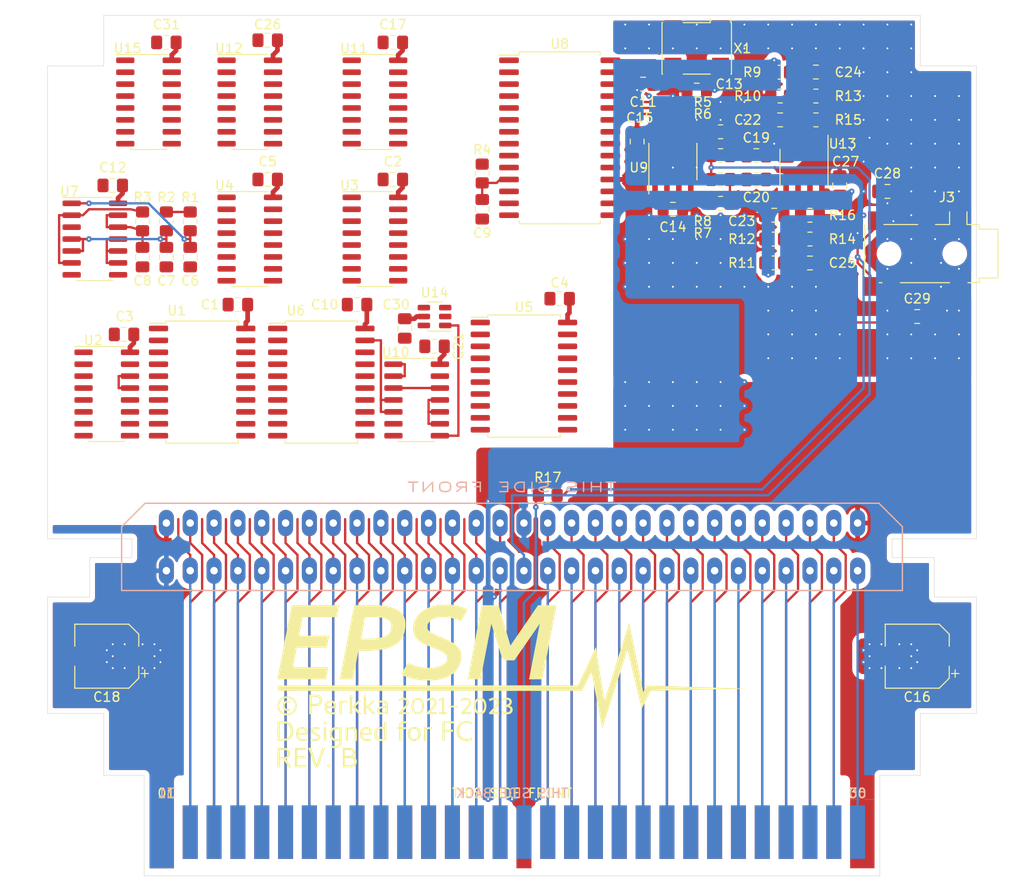
<source format=kicad_pcb>
(kicad_pcb (version 20211014) (generator pcbnew)
  (title_block (title "EPSM Expansion Audio FC") (date "2023-01-01") (rev "B") (company "Perkka; Persune"))
  (layers (0 "F.Cu" mixed) (31 "B.Cu" mixed) (34 "B.Paste" user) (35 "F.Paste" user) (36 "B.SilkS" user "B.Silkscreen") (37 "F.SilkS" user "F.Silkscreen") (38 "B.Mask" user) (39 "F.Mask" user) (44 "Edge.Cuts" user))
  (net 0 "")
  (net 1 "/CPU_A11")
  (net 2 "/CPU_A10")
  (net 3 "/CPU_A9")
  (net 4 "/CPU_A8")
  (net 5 "/CPU_A7")
  (net 6 "/CPU_A6")
  (net 7 "/CPU_A5")
  (net 8 "/CPU_A4")
  (net 9 "/CPU_A3")
  (net 10 "/CPU_A2")
  (net 11 "/CPU_A1")
  (net 12 "/CPU_A0")
  (net 13 "/CPU_R~{W}")
  (net 14 "/~{IRQ}")
  (net 15 "/PPU_~{RD}")
  (net 16 "/CIRAM_A10")
  (net 17 "/PPU_A6")
  (net 18 "/PPU_A5")
  (net 19 "/PPU_A4")
  (net 20 "/PPU_A3")
  (net 21 "/PPU_A2")
  (net 22 "/PPU_A1")
  (net 23 "/PPU_A0")
  (net 24 "/PPU_D0")
  (net 25 "/PPU_D1")
  (net 26 "/PPU_D2")
  (net 27 "/PPU_D3")
  (net 28 "/M2")
  (net 29 "/CPU_A12")
  (net 30 "/CPU_A13")
  (net 31 "/CPU_A14")
  (net 32 "/CPU_D7")
  (net 33 "/CPU_D6")
  (net 34 "/CPU_D5")
  (net 35 "/CPU_D4")
  (net 36 "/CPU_D3")
  (net 37 "/CPU_D2")
  (net 38 "/CPU_D1")
  (net 39 "/CPU_D0")
  (net 40 "/~{ROMSEL}")
  (net 41 "/AUD_2A03")
  (net 42 "/AUD_RF")
  (net 43 "/PPU_~{WR}")
  (net 44 "/CIRAM_~{CE}")
  (net 45 "/PPU_~{A13}")
  (net 46 "/PPU_A7")
  (net 47 "/PPU_A8")
  (net 48 "/PPU_A9")
  (net 49 "/PPU_A10")
  (net 50 "/PPU_A11")
  (net 51 "/PPU_A12")
  (net 52 "/PPU_A13")
  (net 53 "/PPU_D7")
  (net 54 "/PPU_D6")
  (net 55 "/PPU_D5")
  (net 56 "/PPU_D4")
  (net 57 "Net-(R1-Pad2)")
  (net 58 "Net-(C7-Pad1)")
  (net 59 "Net-(C8-Pad1)")
  (net 60 "/OUT_1")
  (net 61 "/EPSM_A1")
  (net 62 "/EPSM_A0")
  (net 63 "Net-(R3-Pad1)")
  (net 64 "/$4016_EN")
  (net 65 "Net-(R5-Pad2)")
  (net 66 "/BUF_CS")
  (net 67 "/FF_RESET")
  (net 68 "Net-(C29-Pad1)")
  (net 69 "Net-(C29-Pad2)")
  (net 70 "/YM_D0")
  (net 71 "/YM_D1")
  (net 72 "/YM_D2")
  (net 73 "/YM_D3")
  (net 74 "/YM_D4")
  (net 75 "/YM_D5")
  (net 76 "/YM_D6")
  (net 77 "/YM_D7")
  (net 78 "/YM_CS")
  (net 79 "/~{OUT_1}")
  (net 80 "/~{CS}")
  (net 81 "/BUF_D0")
  (net 82 "/BUF_D1")
  (net 83 "/BUF_D3")
  (net 84 "/BUF_D2")
  (net 85 "/BUF_D4")
  (net 86 "/BUF_D5")
  (net 87 "/BUF_D7")
  (net 88 "/BUF_D6")
  (net 89 "/BUF_A1")
  (net 90 "/YM_A0")
  (net 91 "/BUF_A0")
  (net 92 "/YM_A1")
  (net 94 "Net-(R14-Pad2)")
  (net 95 "Net-(R7-Pad2)")
  (net 96 "Net-(R13-Pad2)")
  (net 97 "/$4016_~{CE}")
  (net 98 "/$40xx_~{CE}")
  (net 99 "/OUT_1_CE")
  (net 100 "Net-(C25-Pad2)")
  (net 101 "/AUD_EPSM")
  (net 102 "Net-(U7-Pad10)")
  (net 106 "Net-(U8-Pad28)")
  (net 107 "/$401x_~{CE}")
  (net 109 "Net-(C14-Pad1)")
  (net 110 "Net-(C19-Pad1)")
  (net 111 "Net-(C19-Pad2)")
  (net 112 "Net-(C20-Pad1)")
  (net 113 "Net-(C20-Pad2)")
  (net 114 "Net-(C24-Pad2)")
  (net 115 "Net-(C28-Pad1)")
  (net 116 "Net-(C28-Pad2)")
  (net 117 "Net-(J3-PadR1N)")
  (net 125 "VCC")
  (net 126 "GND")
  (net 127 "Net-(U8-Pad23)")
  (net 128 "Net-(U10-Pad12)")
  (net 129 "Net-(U10-Pad13)")
  (net 130 "Net-(U10-Pad10)")
  (net 131 "Net-(C9-Pad2)")
  (net 132 "Net-(U8-Pad24)")
  (net 133 "Net-(U8-Pad26)")
  (footprint "Package_SO:SOIC-16_3.9x9.9mm_P1.27mm" (layer "F.Cu") (at 112.395 55.245)
    (fp_text reference "U11")
    (fp_text value "74HC257")
  )
  (footprint "Capacitor_SMD:C_0805_2012Metric_Pad1.18x1.45mm_HandSolder" (layer "F.Cu") (at 132.08 76.2)
    (fp_text reference "C4")
    (fp_text value "0.1uF")
  )
  (footprint "Package_SO:SOIC-14_3.9x8.7mm_P1.27mm" (layer "F.Cu") (at 82.55 69.85)
    (fp_text reference "U7")
    (fp_text value "74HC132")
  )
  (footprint "Package_SO:SOIC-16_3.9x9.9mm_P1.27mm" (layer "F.Cu") (at 112.395 69.85)
    (fp_text reference "U3")
    (fp_text value "74HC174")
  )
  (footprint "Resistor_SMD:R_0805_2012Metric_Pad1.20x1.40mm_HandSolder" (layer "F.Cu") (at 149.225 66.04 180)
    (fp_text reference "R7")
    (fp_text value "680")
  )
  (footprint "Resistor_SMD:R_0805_2012Metric_Pad1.20x1.40mm_HandSolder" (layer "F.Cu") (at 154.94 72.39)
    (fp_text reference "R11")
    (fp_text value "47K")
  )
  (footprint "Resistor_SMD:R_0805_2012Metric_Pad1.20x1.40mm_HandSolder" (layer "F.Cu") (at 130.81 97.155 180)
    (fp_text reference "R17")
    (fp_text value "1K")
  )
  (footprint "Capacitor_SMD:C_0805_2012Metric_Pad1.18x1.45mm_HandSolder" (layer "F.Cu") (at 161.925 64.135 -90)
    (fp_text reference "C27")
    (fp_text value "0.1uF")
  )
  (footprint "Capacitor_SMD:C_0805_2012Metric_Pad1.18x1.45mm_HandSolder" (layer "F.Cu") (at 85.66 80.01)
    (fp_text reference "C3")
    (fp_text value "0.1uF")
  )
  (footprint "Package_SO:SOIC-16_3.9x9.9mm_P1.27mm" (layer "F.Cu") (at 83.82 86.36)
    (fp_text reference "U2")
    (fp_text value "74HC139")
  )
  (footprint "Capacitor_SMD:C_0805_2012Metric_Pad1.18x1.45mm_HandSolder" (layer "F.Cu") (at 115.57 79.375 90)
    (fp_text reference "C30")
    (fp_text value "0.1uF")
  )
  (footprint "Capacitor_SMD:C_0805_2012Metric_Pad1.18x1.45mm_HandSolder" (layer "F.Cu") (at 87.63 71.77375 -90)
    (fp_text reference "C8")
    (fp_text value "68pF")
  )
  (footprint "Capacitor_SMD:C_0805_2012Metric_Pad1.18x1.45mm_HandSolder" (layer "F.Cu") (at 155.575 57.15 180)
    (fp_text reference "C22")
    (fp_text value "68pF")
  )
  (footprint "Capacitor_SMD:C_0805_2012Metric_Pad1.18x1.45mm_HandSolder" (layer "F.Cu") (at 90.17 48.895)
    (fp_text reference "C31")
    (fp_text value "0.1uF")
  )
  (footprint "Capacitor_SMD:C_0805_2012Metric_Pad1.18x1.45mm_HandSolder" (layer "F.Cu") (at 123.825 66.675 90)
    (fp_text reference "C9")
    (fp_text value "10uF")
  )
  (footprint "Capacitor_SMD:C_0805_2012Metric_Pad1.18x1.45mm_HandSolder" (layer "F.Cu") (at 100.965 63.5)
    (fp_text reference "C5")
    (fp_text value "0.1uF")
  )
  (footprint "Package_SO:SOIC-14_3.9x8.7mm_P1.27mm" (layer "F.Cu") (at 116.84 86.995)
    (fp_text reference "U10")
    (fp_text value "74HC132")
  )
  (footprint "Resistor_SMD:R_0805_2012Metric_Pad1.20x1.40mm_HandSolder" (layer "F.Cu") (at 149.225 60.96 180)
    (fp_text reference "R6")
    (fp_text value "3K")
  )
  (footprint "Capacitor_SMD:C_0805_2012Metric_Pad1.18x1.45mm_HandSolder" (layer "F.Cu") (at 170.18 78.105)
    (fp_text reference "C29")
    (fp_text value "10uF")
  )
  (footprint "EPSM-Famicom:HVC-ETROM-01" (layer "F.Cu") (at 127 127)
    (fp_text reference "J2" hide)
    (fp_text value "CONSOLE_M")
  )
  (footprint "Resistor_SMD:R_0805_2012Metric_Pad1.20x1.40mm_HandSolder" (layer "F.Cu") (at 87.63 67.96375 -90)
    (fp_text reference "R3")
    (fp_text value "1K")
  )
  (footprint "Capacitor_SMD:C_0805_2012Metric_Pad1.18x1.45mm_HandSolder" (layer "F.Cu") (at 158.75 72.4)
    (fp_text reference "C25")
    (fp_text value "10uF")
  )
  (footprint "Resistor_SMD:R_0805_2012Metric_Pad1.20x1.40mm_HandSolder" (layer "F.Cu") (at 155.575 54.61 180)
    (fp_text reference "R10")
    (fp_text value "47K")
  )
  (footprint "Package_SO:SOIC-20W_7.5x12.8mm_P1.27mm" (layer "F.Cu") (at 93.98 85.09)
    (fp_text reference "U1")
    (fp_text value "74HC688")
  )
  (footprint "Oscillator:Oscillator_SMD_Abracon_ASV-4Pin_7.0x5.1mm" (layer "F.Cu") (at 146.685 49.53 180)
    (fp_text reference "X1")
    (fp_text value "SG-8002CA")
  )
  (footprint "Resistor_SMD:R_0805_2012Metric_Pad1.20x1.40mm_HandSolder" (layer "F.Cu") (at 149.225 63.5 180)
    (fp_text reference "R8")
    (fp_text value "3K")
  )
  (footprint "Resistor_SMD:R_0805_2012Metric_Pad1.20x1.40mm_HandSolder" (layer "F.Cu") (at 159.385 57.15)
    (fp_text reference "R15")
    (fp_text value "22K")
  )
  (footprint "Package_SO:SOIC-16_3.9x9.9mm_P1.27mm" (layer "F.Cu") (at 99.06 69.85)
    (fp_text reference "U4")
    (fp_text value "74HC174")
  )
  (footprint "EPSM-Famicom:EPSM_silkscreen" (layer "F.Cu") (at 127 117.475)
    (fp_text reference "Ref**" hide)
    (fp_text value "Val**" hide)
  )
  (footprint "Capacitor_SMD:C_0805_2012Metric_Pad1.18x1.45mm_HandSolder" (layer "F.Cu") (at 90.17 71.77375 -90)
    (fp_text reference "C7")
    (fp_text value "68pF")
  )
  (footprint "Resistor_SMD:R_0805_2012Metric_Pad1.20x1.40mm_HandSolder" (layer "F.Cu") (at 158.75 67.31)
    (fp_text reference "R16")
    (fp_text value "22K")
  )
  (footprint "Resistor_SMD:R_0805_2012Metric_Pad1.20x1.40mm_HandSolder" (layer "F.Cu") (at 159.385 54.61 180)
    (fp_text reference "R13")
    (fp_text value "8.2K")
  )
  (footprint "Package_SO:SOIC-8_3.9x4.9mm_P1.27mm" (layer "F.Cu") (at 144.145 61.595 90)
    (fp_text reference "U9")
    (fp_text value "BU9480F")
  )
  (footprint "EPSM-Famicom:Jack_3.5mm_PJ311_Horizontal" (layer "F.Cu") (at 176.78 71.4 -90)
    (fp_text reference "J3")
    (fp_text value "AudioJack4_SwitchTR1")
  )
  (footprint "Capacitor_SMD:C_0805_2012Metric_Pad1.18x1.45mm_HandSolder" (layer "F.Cu") (at 110.49 76.835)
    (fp_text reference "C10")
    (fp_text value "0.1uF")
  )
  (footprint "Package_SO:SOIC-16_3.9x9.9mm_P1.27mm" (layer "F.Cu") (at 99.06 55.245)
    (fp_text reference "U12")
    (fp_text value "74HC257")
  )
  (footprint "Capacitor_SMD:C_0805_2012Metric_Pad1.18x1.45mm_HandSolder" (layer "F.Cu") (at 114.3 48.895)
    (fp_text reference "C17")
    (fp_text value "0.1uF")
  )
  (footprint "Capacitor_SMD:C_0805_2012Metric_Pad1.18x1.45mm_HandSolder" (layer "F.Cu") (at 144.145 66.675)
    (fp_text reference "C14")
    (fp_text value "10uF")
  )
  (footprint "Resistor_SMD:R_0805_2012Metric_Pad1.20x1.40mm_HandSolder" (layer "F.Cu") (at 92.71 67.96375 -90)
    (fp_text reference "R1")
    (fp_text value "1K")
  )
  (footprint "Capacitor_SMD:C_0805_2012Metric_Pad1.18x1.45mm_HandSolder" (layer "F.Cu") (at 100.965 48.6625)
    (fp_text reference "C26")
    (fp_text value "0.1uF")
  )
  (footprint "Capacitor_SMD:CP_Elec_6.3x5.4" (layer "F.Cu") (at 170.18 114.3 180)
    (fp_text reference "C16")
    (fp_text value "100uF")
  )
  (footprint "Package_SO:SOIC-20W_7.5x12.8mm_P1.27mm" (layer "F.Cu") (at 128.27 84.455)
    (fp_text reference "U5")
    (fp_text value "74HC688")
  )
  (footprint "Resistor_SMD:R_0805_2012Metric_Pad1.20x1.40mm_HandSolder" (layer "F.Cu") (at 123.825 62.865 -90)
    (fp_text reference "R4")
    (fp_text value "1K")
  )
  (footprint "Capacitor_SMD:C_0805_2012Metric_Pad1.18x1.45mm_HandSolder" (layer "F.Cu") (at 118.745 81.28)
    (fp_text reference "C21")
    (fp_text value "0.1uF")
  )
  (footprint "Capacitor_SMD:C_0805_2012Metric_Pad1.18x1.45mm_HandSolder" (layer "F.Cu") (at 153.035 60.96)
    (fp_text reference "C19")
    (fp_text value "10uF")
  )
  (footprint "Capacitor_SMD:C_0805_2012Metric_Pad1.18x1.45mm_HandSolder" (layer "F.Cu") (at 153.035 63.5)
    (fp_text reference "C20")
    (fp_text value "10uF")
  )
  (footprint "EPSM-Famicom:SOP-28_8.4x18.1mm_P1.27mm" (layer "F.Cu") (at 132.08 59.055)
    (fp_text reference "U8")
    (fp_text value "YMF288")
  )
  (footprint "Package_SO:SOIC-16_3.9x9.9mm_P1.27mm" (layer "F.Cu") (at 88.265 55.245)
    (fp_text reference "U15")
    (fp_text value "74HC257")
  )
  (footprint "Resistor_SMD:R_0805_2012Metric_Pad1.20x1.40mm_HandSolder" (layer "F.Cu") (at 158.75 69.85 180)
    (fp_text reference "R14")
    (fp_text value "8.2K")
  )
  (footprint "Capacitor_SMD:C_0805_2012Metric_Pad1.18x1.45mm_HandSolder" (layer "F.Cu") (at 154.94 67.31 180)
    (fp_text reference "C23")
    (fp_text value "68pF")
  )
  (footprint "Capacitor_SMD:C_0805_2012Metric_Pad1.18x1.45mm_HandSolder" (layer "F.Cu") (at 140.335 59.4575 90)
    (fp_text reference "C15")
    (fp_text value "0.1uF")
  )
  (footprint "Package_SO:SOIC-8_3.9x4.9mm_P1.27mm" (layer "F.Cu") (at 158.115 62.23 -90)
    (fp_text reference "U13")
    (fp_text value "LM358")
  )
  (footprint "Capacitor_SMD:C_0805_2012Metric_Pad1.18x1.45mm_HandSolder" (layer "F.Cu") (at 146.685 53.975 180)
    (fp_text reference "C13")
    (fp_text value "68pF")
  )
  (footprint "Resistor_SMD:R_0805_2012Metric_Pad1.20x1.40mm_HandSolder" (layer "F.Cu") (at 90.17 67.96375 -90)
    (fp_text reference "R2")
    (fp_text value "3K")
  )
  (footprint "Resistor_SMD:R_0805_2012Metric_Pad1.20x1.40mm_HandSolder" (layer "F.Cu") (at 155.575 52.07)
    (fp_text reference "R9")
    (fp_text value "47K")
  )
  (footprint "Resistor_SMD:R_0805_2012Metric_Pad1.20x1.40mm_HandSolder" (layer "F.Cu") (at 149.225 58.42 180)
    (fp_text reference "R5")
    (fp_text value "680")
  )
  (footprint "Capacitor_SMD:C_0805_2012Metric_Pad1.18x1.45mm_HandSolder" (layer "F.Cu") (at 97.79 76.835)
    (fp_text reference "C1")
    (fp_text value "0.1uF")
  )
  (footprint "Package_TO_SOT_SMD:SOT-23-6" (layer "F.Cu") (at 118.745 78.105 180)
    (fp_text reference "U14")
    (fp_text value "74LVC1G373")
  )
  (footprint "Capacitor_SMD:C_0805_2012Metric_Pad1.18x1.45mm_HandSolder" (layer "F.Cu") (at 92.71 71.77375 -90)
    (fp_text reference "C6")
    (fp_text value "68pF")
  )
  (footprint "Capacitor_SMD:C_0805_2012Metric_Pad1.18x1.45mm_HandSolder" (layer "F.Cu") (at 140.97 53.34 180)
    (fp_text reference "C11")
    (fp_text value "0.1uF")
  )
  (footprint "Capacitor_SMD:C_0805_2012Metric_Pad1.18x1.45mm_HandSolder" (layer "F.Cu") (at 167.005 64.77)
    (fp_text reference "C28")
    (fp_text value "10uF")
  )
  (footprint "Package_SO:SOIC-20W_7.5x12.8mm_P1.27mm" (layer "F.Cu") (at 106.68 85.09)
    (fp_text reference "U6")
    (fp_text value "74HC688")
  )
  (footprint "Resistor_SMD:R_0805_2012Metric_Pad1.20x1.40mm_HandSolder" (layer "F.Cu") (at 154.94 69.85 180)
    (fp_text reference "R12")
    (fp_text value "47K")
  )
  (footprint "Capacitor_SMD:C_0805_2012Metric_Pad1.18x1.45mm_HandSolder" (layer "F.Cu") (at 114.3 63.5)
    (fp_text reference "C2")
    (fp_text value "0.1uF")
  )
  (footprint "Capacitor_SMD:C_0805_2012Metric_Pad1.18x1.45mm_HandSolder" (layer "F.Cu") (at 84.455 64.135)
    (fp_text reference "C12")
    (fp_text value "0.1uF")
  )
  (footprint "Capacitor_SMD:CP_Elec_6.3x5.4" (layer "F.Cu") (at 83.82 114.3 180)
    (fp_text reference "C18")
    (fp_text value "100uF")
  )
  (footprint "Capacitor_SMD:C_0805_2012Metric_Pad1.18x1.45mm_HandSolder" (layer "F.Cu") (at 159.385 52.05)
    (fp_text reference "C24")
    (fp_text value "10uF")
  )
  (footprint "EPSM-Famicom:FC_CONN_F" (layer "B.Cu") (at 127 102.65)
    (fp_text reference "J1")
    (fp_text value "CARTRIDGE_F" hide)
  )
  (gr_line (start 82 108) (end 82 103.8) (layer "Edge.Cuts") (width 0.05))
  (gr_line (start 83.5 120.4) (end 77.5 120.4) (layer "Edge.Cuts") (width 0.05))
  (gr_line (start 170.5 127) (end 166.2 127) (layer "Edge.Cuts") (width 0.05))
  (gr_line (start 77.5 101.8) (end 77.5 51.4) (layer "Edge.Cuts") (width 0.05))
  (gr_line (start 176.5 108) (end 176.5 120.4) (layer "Edge.Cuts") (width 0.05))
  (gr_line (start 87.8 137.7) (end 87.8 127) (layer "Edge.Cuts") (width 0.05))
  (gr_line (start 176.5 120.4) (end 170.5 120.4) (layer "Edge.Cuts") (width 0.05))
  (gr_line (start 170.5 120.4) (end 170.5 127) (layer "Edge.Cuts") (width 0.05))
  (gr_line (start 172 108) (end 176.5 108) (layer "Edge.Cuts") (width 0.05))
  (gr_line (start 83.5 51.4) (end 83.5 46) (layer "Edge.Cuts") (width 0.05))
  (gr_line (start 167.5 103.8) (end 172 103.8) (layer "Edge.Cuts") (width 0.05))
  (gr_line (start 176.5 101.8) (end 167.5 101.8) (layer "Edge.Cuts") (width 0.05))
  (gr_line (start 83.5 127) (end 83.5 120.4) (layer "Edge.Cuts") (width 0.05))
  (gr_line (start 166.2 127) (end 166.2 137.7) (layer "Edge.Cuts") (width 0.05))
  (gr_line (start 77.5 108) (end 82 108) (layer "Edge.Cuts") (width 0.05))
  (gr_line (start 170.5 46) (end 170.5 51.4) (layer "Edge.Cuts") (width 0.05))
  (gr_line (start 87.8 127) (end 83.5 127) (layer "Edge.Cuts") (width 0.05))
  (gr_line (start 82 103.8) (end 86.5 103.8) (layer "Edge.Cuts") (width 0.05))
  (gr_line (start 172 103.8) (end 172 108) (layer "Edge.Cuts") (width 0.05))
  (gr_line (start 176.5 51.4) (end 170.5 51.4) (layer "Edge.Cuts") (width 0.05))
  (gr_line (start 86.5 103.8) (end 86.5 101.8) (layer "Edge.Cuts") (width 0.05))
  (gr_line (start 166.2 137.7) (end 87.8 137.7) (layer "Edge.Cuts") (width 0.05))
  (gr_line (start 176.5 51.4) (end 176.5 101.8) (layer "Edge.Cuts") (width 0.05))
  (gr_line (start 77.5 120.4) (end 77.5 108) (layer "Edge.Cuts") (width 0.05))
  (gr_line (start 86.5 101.8) (end 77.5 101.8) (layer "Edge.Cuts") (width 0.05))
  (gr_line (start 167.5 101.8) (end 167.5 103.8) (layer "Edge.Cuts") (width 0.05))
  (gr_line (start 77.5 51.4) (end 83.5 51.4) (layer "Edge.Cuts") (width 0.05))
  (gr_line (start 83.5 46) (end 170.5 46) (layer "Edge.Cuts") (width 0.05))
  (gr_text "31" (at 90.17 128.905) (layer "B.SilkS") (effects (font (size 1 1)) (justify mirror)))
  (gr_text "60" (at 163.83 128.905) (layer "B.SilkS") (effects (font (size 1 1)) (justify mirror)))
  (gr_text "THIS SIDE BACK" (at 127 128.905) (layer "B.SilkS") (effects (font (size 1 1)) (justify mirror)))
  (gr_text "30\n" (at 163.83 128.905) (layer "F.SilkS") (effects (font (size 1 1))))
  (gr_text "THIS SIDE FRONT" (at 127 128.905) (layer "F.SilkS") (effects (font (size 1 1))))
  (gr_text "01" (at 90.17 128.905) (layer "F.SilkS") (effects (font (size 1 1))))
  (segment (start 92.71 102.235) (end 93.98 103.505) (width 0.25) (layer "F.Cu") (net 1))
  (segment (start 93.98 107.315) (end 92.71 108.585) (width 0.25) (layer "F.Cu") (net 1))
  (segment (start 92.71 108.585) (end 92.71 133.05) (width 0.25) (layer "F.Cu") (net 1))
  (segment (start 92.71 100.11) (end 92.71 102.235) (width 0.25) (layer "F.Cu") (net 1))
  (segment (start 93.98 103.505) (end 93.98 107.315) (width 0.25) (layer "F.Cu") (net 1))
  (segment (start 95.25 108.585) (end 96.52 107.315) (width 0.25) (layer "F.Cu") (net 2))
  (segment (start 95.25 133.05) (end 95.25 108.585) (width 0.25) (layer "F.Cu") (net 2))
  (segment (start 96.52 107.315) (end 96.52 103.505) (width 0.25) (layer "F.Cu") (net 2))
  (segment (start 95.25 102.235) (end 95.25 100.11) (width 0.25) (layer "F.Cu") (net 2))
  (segment (start 96.52 103.505) (end 95.25 102.235) (width 0.25) (layer "F.Cu") (net 2))
  (segment (start 99.06 107.315) (end 97.79 108.585) (width 0.25) (layer "F.Cu") (net 3))
  (segment (start 97.79 100.11) (end 97.79 102.235) (width 0.25) (layer "F.Cu") (net 3))
  (segment (start 97.79 102.235) (end 99.06 103.505) (width 0.25) (layer "F.Cu") (net 3))
  (segment (start 97.79 108.585) (end 97.79 133.05) (width 0.25) (layer "F.Cu") (net 3))
  (segment (start 99.06 103.505) (end 99.06 107.315) (width 0.25) (layer "F.Cu") (net 3))
  (segment (start 101.6 107.315) (end 101.6 103.505) (width 0.25) (layer "F.Cu") (net 4))
  (segment (start 101.6 103.505) (end 100.33 102.235) (width 0.25) (layer "F.Cu") (net 4))
  (segment (start 100.33 133.05) (end 100.33 108.585) (width 0.25) (layer "F.Cu") (net 4))
  (segment (start 100.33 102.235) (end 100.33 100.11) (width 0.25) (layer "F.Cu") (net 4))
  (segment (start 100.33 108.585) (end 101.6 107.315) (width 0.25) (layer "F.Cu") (net 4))
  (segment (start 102.87 102.235) (end 104.14 103.505) (width 0.25) (layer "F.Cu") (net 5))
  (segment (start 102.87 108.585) (end 102.87 133.05) (width 0.25) (layer "F.Cu") (net 5))
  (segment (start 102.87 100.11) (end 102.87 102.235) (width 0.25) (layer "F.Cu") (net 5))
  (segment (start 104.14 103.505) (end 104.14 107.315) (width 0.25) (layer "F.Cu") (net 5))
  (segment (start 104.14 107.315) (end 102.87 108.585) (width 0.25) (layer "F.Cu") (net 5))
  (segment (start 105.41 133.05) (end 105.41 108.585) (width 0.25) (layer "F.Cu") (net 6))
  (segment (start 106.68 107.315) (end 106.68 103.505) (width 0.25) (layer "F.Cu") (net 6))
  (segment (start 106.68 103.505) (end 105.41 102.235) (width 0.25) (layer "F.Cu") (net 6))
  (segment (start 105.41 102.235) (end 105.41 100.11) (width 0.25) (layer "F.Cu") (net 6))
  (segment (start 105.41 108.585) (end 106.68 107.315) (width 0.25) (layer "F.Cu") (net 6))
  (segment (start 107.95 102.235) (end 109.22 103.505) (width 0.25) (layer "F.Cu") (net 7))
  (segment (start 109.22 103.505) (end 109.22 107.315) (width 0.25) (layer "F.Cu") (net 7))
  (segment (start 109.22 107.315) (end 107.95 108.585) (width 0.25) (layer "F.Cu") (net 7))
  (segment (start 107.95 100.11) (end 107.95 102.235) (width 0.25) (layer "F.Cu") (net 7))
  (segment (start 107.95 108.585) (end 107.95 133.05) (width 0.25) (layer "F.Cu") (net 7))
  (segment (start 110.49 133.05) (end 110.49 108.585) (width 0.25) (layer "F.Cu") (net 8))
  (segment (start 111.76 103.505) (end 110.49 102.235) (width 0.25) (layer "F.Cu") (net 8))
  (segment (start 110.49 108.585) (end 111.76 107.315) (width 0.25) (layer "F.Cu") (net 8))
  (segment (start 110.49 102.235) (end 110.49 100.11) (width 0.25) (layer "F.Cu") (net 8))
  (segment (start 111.76 107.315) (end 111.76 103.505) (width 0.25) (layer "F.Cu") (net 8))
  (segment (start 114.3 107.315) (end 113.03 108.585) (width 0.25) (layer "F.Cu") (net 9))
  (segment (start 114.3 103.505) (end 114.3 107.315) (width 0.25) (layer "F.Cu") (net 9))
  (segment (start 113.03 108.585) (end 113.03 133.05) (width 0.25) (layer "F.Cu") (net 9))
  (segment (start 113.03 100.11) (end 113.03 102.235) (width 0.25) (layer "F.Cu") (net 9))
  (segment (start 113.03 102.235) (end 114.3 103.505) (width 0.25) (layer "F.Cu") (net 9))
  (segment (start 115.57 133.05) (end 115.57 108.585) (width 0.25) (layer "F.Cu") (net 10))
  (segment (start 115.57 102.235) (end 115.57 100.11) (width 0.25) (layer "F.Cu") (net 10))
  (segment (start 115.57 108.585) (end 116.84 107.315) (width 0.25) (layer "F.Cu") (net 10))
  (segment (start 116.84 103.505) (end 115.57 102.235) (width 0.25) (layer "F.Cu") (net 10))
  (segment (start 116.84 107.315) (end 116.84 103.505) (width 0.25) (layer "F.Cu") (net 10))
  (segment (start 119.38 103.505) (end 119.38 107.315) (width 0.25) (layer "F.Cu") (net 11))
  (segment (start 118.11 108.585) (end 118.11 133.05) (width 0.25) (layer "F.Cu") (net 11))
  (segment (start 119.38 107.315) (end 118.11 108.585) (width 0.25) (layer "F.Cu") (net 11))
  (segment (start 118.11 102.235) (end 119.38 103.505) (width 0.25) (layer "F.Cu") (net 11))
  (segment (start 118.11 100.11) (end 118.11 102.235) (width 0.25) (layer "F.Cu") (net 11))
  (segment (start 120.65 108.585) (end 121.92 107.315) (width 0.25) (layer "F.Cu") (net 12))
  (segment (start 120.65 102.235) (end 120.65 100.11) (width 0.25) (layer "F.Cu") (net 12))
  (segment (start 121.92 107.315) (end 121.92 103.505) (width 0.25) (layer "F.Cu") (net 12))
  (segment (start 121.92 103.505) (end 120.65 102.235) (width 0.25) (layer "F.Cu") (net 12))
  (segment (start 120.65 133.05) (end 120.65 108.585) (width 0.25) (layer "F.Cu") (net 12))
  (segment (start 124.46 103.505) (end 124.46 107.315) (width 0.25) (layer "F.Cu") (net 13))
  (segment (start 123.19 102.235) (end 124.46 103.505) (width 0.25) (layer "F.Cu") (net 13))
  (segment (start 115.57 84.455) (end 114.365 84.455) (width 0.25) (layer "F.Cu") (net 13))
  (segment (start 115.57 83.185) (end 115.57 84.455) (width 0.25) (layer "F.Cu") (net 13))
  (segment (start 114.365 83.185) (end 115.57 83.185) (width 0.25) (layer "F.Cu") (net 13))
  (segment (start 123.19 100.11) (end 123.19 102.235) (width 0.25) (layer "F.Cu") (net 13))
  (segment (start 124.46 107.315) (end 123.19 108.585) (width 0.25) (layer "F.Cu") (net 13))
  (segment (start 123.19 108.585) (end 123.19 133.05) (width 0.25) (layer "F.Cu") (net 13))
  (segment (start 125.73 108.585) (end 127 107.315) (width 0.25) (layer "F.Cu") (net 14))
  (segment (start 125.73 133.05) (end 125.73 108.585) (width 0.25) (layer "F.Cu") (net 14))
  (segment (start 127 107.315) (end 127 103.505) (width 0.25) (layer "F.Cu") (net 14))
  (segment (start 127 103.505) (end 125.73 102.235) (width 0.25) (layer "F.Cu") (net 14))
  (segment (start 125.73 102.235) (end 125.73 100.11) (width 0.25) (layer "F.Cu") (net 14))
  (segment (start 130.81 102.235) (end 130.81 100.11) (width 0.25) (layer "F.Cu") (net 15))
  (segment (start 130.81 133.05) (end 130.81 108.585) (width 0.25) (layer "F.Cu") (net 15))
  (segment (start 130.81 108.585) (end 132.08 107.315) (width 0.25) (layer "F.Cu") (net 15))
  (segment (start 132.08 103.505) (end 130.81 102.235) (width 0.25) (layer "F.Cu") (net 15))
  (segment (start 132.08 107.315) (end 132.08 103.505) (width 0.25) (layer "F.Cu") (net 15))
  (segment (start 134.62 103.505) (end 134.62 107.315) (width 0.25) (layer "F.Cu") (net 16))
  (segment (start 133.35 102.235) (end 134.62 103.505) (width 0.25) (layer "F.Cu") (net 16))
  (segment (start 134.62 107.315) (end 133.35 108.585) (width 0.25) (layer "F.Cu") (net 16))
  (segment (start 133.35 100.11) (end 133.35 102.235) (width 0.25) (layer "F.Cu") (net 16))
  (segment (start 133.35 108.585) (end 133.35 133.05) (width 0.25) (layer "F.Cu") (net 16))
  (segment (start 137.16 107.315) (end 137.16 103.505) (width 0.25) (layer "F.Cu") (net 17))
  (segment (start 135.89 102.235) (end 135.89 100.11) (width 0.25) (layer "F.Cu") (net 17))
  (segment (start 137.16 103.505) (end 135.89 102.235) (width 0.25) (layer "F.Cu") (net 17))
  (segment (start 135.89 108.585) (end 137.16 107.315) (width 0.25) (layer "F.Cu") (net 17))
  (segment (start 135.89 133.05) (end 135.89 108.585) (width 0.25) (layer "F.Cu") (net 17))
  (segment (start 138.43 100.11) (end 138.43 102.235) (width 0.25) (layer "F.Cu") (net 18))
  (segment (start 139.7 103.505) (end 139.7 107.315) (width 0.25) (layer "F.Cu") (net 18))
  (segment (start 139.7 107.315) (end 138.43 108.585) (width 0.25) (layer "F.Cu") (net 18))
  (segment (start 138.43 108.585) (end 138.43 133.05) (width 0.25) (layer "F.Cu") (net 18))
  (segment (start 138.43 102.235) (end 139.7 103.505) (width 0.25) (layer "F.Cu") (net 18))
  (segment (start 142.24 103.505) (end 140.97 102.235) (width 0.25) (layer "F.Cu") (net 19))
  (segment (start 140.97 102.235) (end 140.97 100.11) (width 0.25) (layer "F.Cu") (net 19))
  (segment (start 140.97 133.05) (end 140.97 108.585) (width 0.25) (layer "F.Cu") (net 19))
  (segment (start 142.24 107.315) (end 142.24 103.505) (width 0.25) (layer "F.Cu") (net 19))
  (segment (start 140.97 108.585) (end 142.24 107.315) (width 0.25) (layer "F.Cu") (net 19))
  (segment (start 144.78 103.505) (end 144.78 107.315) (width 0.25) (layer "F.Cu") (net 20))
  (segment (start 143.51 102.235) (end 144.78 103.505) (width 0.25) (layer "F.Cu") (net 20))
  (segment (start 144.78 107.315) (end 143.51 108.585) (width 0.25) (layer "F.Cu") (net 20))
  (segment (start 143.51 108.585) (end 143.51 133.05) (width 0.25) (layer "F.Cu") (net 20))
  (segment (start 143.51 100.11) (end 143.51 102.235) (width 0.25) (layer "F.Cu") (net 20))
  (segment (start 147.32 103.505) (end 146.05 102.235) (width 0.25) (layer "F.Cu") (net 21))
  (segment (start 146.05 133.05) (end 146.05 108.585) (width 0.25) (layer "F.Cu") (net 21))
  (segment (start 146.05 108.585) (end 147.32 107.315) (width 0.25) (layer "F.Cu") (net 21))
  (segment (start 146.05 102.235) (end 146.05 100.11) (width 0.25) (layer "F.Cu") (net 21))
  (segment (start 147.32 107.315) (end 147.32 103.505) (width 0.25) (layer "F.Cu") (net 21))
  (segment (start 148.59 108.585) (end 148.59 133.05) (width 0.25) (layer "F.Cu") (net 22))
  (segment (start 149.86 107.315) (end 148.59 108.585) (width 0.25) (layer "F.Cu") (net 22))
  (segment (start 148.59 102.235) (end 149.86 103.505) (width 0.25) (layer "F.Cu") (net 22))
  (segment (start 149.86 103.505) (end 149.86 107.315) (width 0.25) (layer "F.Cu") (net 22))
  (segment (start 148.59 100.11) (end 148.59 102.235) (width 0.25) (layer "F.Cu") (net 22))
  (segment (start 152.4 107.315) (end 152.4 103.505) (width 0.25) (layer "F.Cu") (net 23))
  (segment (start 151.13 102.235) (end 151.13 100.11) (width 0.25) (layer "F.Cu") (net 23))
  (segment (start 151.13 108.585) (end 152.4 107.315) (width 0.25) (layer "F.Cu") (net 23))
  (segment (start 152.4 103.505) (end 151.13 102.235) (width 0.25) (layer "F.Cu") (net 23))
  (segment (start 151.13 133.05) (end 151.13 108.585) (width 0.25) (layer "F.Cu") (net 23))
  (segment (start 153.67 100.11) (end 153.67 102.235) (width 0.25) (layer "F.Cu") (net 24))
  (segment (start 153.67 108.585) (end 153.67 133.05) (width 0.25) (layer "F.Cu") (net 24))
  (segment (start 154.94 107.315) (end 153.67 108.585) (width 0.25) (layer "F.Cu") (net 24))
  (segment (start 153.67 102.235) (end 154.94 103.505) (width 0.25) (layer "F.Cu") (net 24))
  (segment (start 154.94 103.505) (end 154.94 107.315) (width 0.25) (layer "F.Cu") (net 24))
  (segment (start 156.21 133.05) (end 156.21 108.585) (width 0.25) (layer "F.Cu") (net 25))
  (segment (start 157.48 107.315) (end 157.48 103.505) (width 0.25) (layer "F.Cu") (net 25))
  (segment (start 156.21 108.585) (end 157.48 107.315) (width 0.25) (layer "F.Cu") (net 25))
  (segment (start 157.48 103.505) (end 156.21 102.235) (width 0.25) (layer "F.Cu") (net 25))
  (segment (start 156.21 102.235) (end 156.21 100.11) (width 0.25) (layer "F.Cu") (net 25))
  (segment (start 158.75 108.585) (end 158.75 133.05) (width 0.25) (layer "F.Cu") (net 26))
  (segment (start 160.02 103.505) (end 160.02 107.315) (width 0.25) (layer "F.Cu") (net 26))
  (segment (start 160.02 107.315) (end 158.75 108.585) (width 0.25) (layer "F.Cu") (net 26))
  (segment (start 158.75 100.11) (end 158.75 102.235) (width 0.25) (layer "F.Cu") (net 26))
  (segment (start 158.75 102.235) (end 160.02 103.505) (width 0.25) (layer "F.Cu") (net 26))
  (segment (start 161.29 108.585) (end 162.56 107.315) (width 0.25) (layer "F.Cu") (net 27))
  (segment (start 162.56 107.315) (end 162.56 103.505) (width 0.25) (layer "F.Cu") (net 27))
  (segment (start 161.29 102.235) (end 161.29 100.11) (width 0.25) (layer "F.Cu") (net 27))
  (segment (start 162.56 103.505) (end 161.29 102.235) (width 0.25) (layer "F.Cu") (net 27))
  (segment (start 161.29 133.05) (end 161.29 108.585) (width 0.25) (layer "F.Cu") (net 27))
  (segment (start 92.71 105.19) (end 92.71 103.505) (width 0.25) (layer "F.Cu") (net 28))
  (segment (start 92.71 103.505) (end 91.44 102.235) (width 0.25) (layer "F.Cu") (net 28))
  (segment (start 91.44 102.235) (end 91.44 99.695) (width 0.25) (layer "F.Cu") (net 28))
  (segment (start 92.71 133.05) (end 92.71 105.19) (width 0.25) (layer "B.Cu") (net 28))
  (segment (start 95.25 105.19) (end 95.25 103.505) (width 0.25) (layer "F.Cu") (net 29))
  (segment (start 95.25 103.505) (end 93.98 102.235) (width 0.25) (layer "F.Cu") (net 29))
  (segment (start 93.98 102.235) (end 93.98 99.695) (width 0.25) (layer "F.Cu") (net 29))
  (segment (start 95.25 105.19) (end 95.25 133.05) (width 0.25) (layer "B.Cu") (net 29))
  (segment (start 96.52 102.235) (end 96.52 99.695) (width 0.25) (layer "F.Cu") (net 30))
  (segment (start 97.79 103.505) (end 96.52 102.235) (width 0.25) (layer "F.Cu") (net 30))
  (segment (start 97.79 105.19) (end 97.79 103.505) (width 0.25) (layer "F.Cu") (net 30))
  (segment (start 97.79 105.19) (end 97.79 133.05) (width 0.25) (layer "B.Cu") (net 30))
  (segment (start 100.33 103.505) (end 99.06 102.235) (width 0.25) (layer "F.Cu") (net 31))
  (segment (start 99.06 102.235) (end 99.06 99.695) (width 0.25) (layer "F.Cu") (net 31))
  (segment (start 100.33 105.19) (end 100.33 103.505) (width 0.25) (layer "F.Cu") (net 31))
  (segment (start 100.33 133.05) (end 100.33 105.19) (width 0.25) (layer "B.Cu") (net 31))
  (segment (start 102.87 105.19) (end 102.87 103.505) (width 0.25) (layer "F.Cu") (net 32))
  (segment (start 102.87 103.505) (end 101.6 102.235) (width 0.25) (layer "F.Cu") (net 32))
  (segment (start 101.6 102.235) (end 101.6 99.695) (width 0.25) (layer "F.Cu") (net 32))
  (segment (start 102.87 105.19) (end 102.87 133.05) (width 0.25) (layer "B.Cu") (net 32))
  (segment (start 104.14 102.235) (end 104.14 99.695) (width 0.25) (layer "F.Cu") (net 33))
  (segment (start 105.41 103.505) (end 104.14 102.235) (width 0.25) (layer "F.Cu") (net 33))
  (segment (start 105.41 105.19) (end 105.41 103.505) (width 0.25) (layer "F.Cu") (net 33))
  (segment (start 105.41 133.05) (end 105.41 105.19) (width 0.25) (layer "B.Cu") (net 33))
  (segment (start 107.95 103.505) (end 106.68 102.235) (width 0.25) (layer "F.Cu") (net 34))
  (segment (start 106.68 102.235) (end 106.68 99.695) (width 0.25) (layer "F.Cu") (net 34))
  (segment (start 107.95 105.19) (end 107.95 103.505) (width 0.25) (layer "F.Cu") (net 34))
  (segment (start 107.95 105.19) (end 107.95 133.05) (width 0.25) (layer "B.Cu") (net 34))
  (segment (start 110.49 105.19) (end 110.49 103.505) (width 0.25) (layer "F.Cu") (net 35))
  (segment (start 109.22 102.235) (end 109.22 99.695) (width 0.25) (layer "F.Cu") (net 35))
  (segment (start 110.49 103.505) (end 109.22 102.235) (width 0.25) (layer "F.Cu") (net 35))
  (segment (start 110.49 133.05) (end 110.49 105.19) (width 0.25) (layer "B.Cu") (net 35))
  (segment (start 113.03 105.19) (end 113.03 103.505) (width 0.25) (layer "F.Cu") (net 36))
  (segment (start 113.03 103.505) (end 111.76 102.235) (width 0.25) (layer "F.Cu") (net 36))
  (segment (start 111.76 102.235) (end 111.76 99.695) (width 0.25) (layer "F.Cu") (net 36))
  (segment (start 113.03 105.19) (end 113.03 133.05) (width 0.25) (layer "B.Cu") (net 36))
  (segment (start 115.57 105.19) (end 115.57 103.505) (width 0.25) (layer "F.Cu") (net 37))
  (segment (start 115.57 103.505) (end 114.3 102.235) (width 0.25) (layer "F.Cu") (net 37))
  (segment (start 114.3 102.235) (end 114.3 99.695) (width 0.25) (layer "F.Cu") (net 37))
  (segment (start 115.57 133.05) (end 115.57 105.19) (width 0.25) (layer "B.Cu") (net 37))
  (segment (start 118.11 103.505) (end 116.84 102.235) (width 0.25) (layer "F.Cu") (net 38))
  (segment (start 116.84 102.235) (end 116.84 99.695) (width 0.25) (layer "F.Cu") (net 38))
  (segment (start 118.11 105.19) (end 118.11 103.505) (width 0.25) (layer "F.Cu") (net 38))
  (segment (start 118.11 133.05) (end 118.11 105.19) (width 0.25) (layer "B.Cu") (net 38))
  (segment (start 120.65 103.505) (end 119.38 102.235) (width 0.25) (layer "F.Cu") (net 39))
  (segment (start 119.38 102.235) (end 119.38 99.695) (width 0.25) (layer "F.Cu") (net 39))
  (segment (start 120.65 105.19) (end 120.65 103.505) (width 0.25) (layer "F.Cu") (net 39))
  (segment (start 120.65 133.05) (end 120.65 105.19) (width 0.25) (layer "B.Cu") (net 39))
  (segment (start 121.92 102.235) (end 121.92 99.695) (width 0.25) (layer "F.Cu") (net 40))
  (segment (start 123.19 105.19) (end 123.19 103.505) (width 0.25) (layer "F.Cu") (net 40))
  (segment (start 123.19 103.505) (end 121.92 102.235) (width 0.25) (layer "F.Cu") (net 40))
  (segment (start 123.19 133.05) (end 123.19 105.19) (width 0.25) (layer "B.Cu") (net 40))
  (segment (start 125.73 133.05) (end 125.73 105.19) (width 0.25) (layer "B.Cu") (net 41))
  (segment (start 148.225 62.23) (end 148.225 63.5) (width 0.25) (layer "F.Cu") (net 42))
  (segment (start 148.225 60.96) (end 148.225 62.23) (width 0.25) (layer "F.Cu") (net 42))
  (via (at 148.225 62.23) (size 0.6) (drill 0.2) (layers "F.Cu" "B.Cu") (net 42))
  (segment (start 127 102.235) (end 127 97.155) (width 0.25) (layer "B.Cu") (net 42))
  (segment (start 163.83 62.23) (end 148.225 62.23) (width 0.25) (layer "B.Cu") (net 42))
  (segment (start 128.27 105.19) (end 128.27 103.505) (width 0.25) (layer "B.Cu") (net 42))
  (segment (start 128.27 103.505) (end 127 102.235) (width 0.25) (layer "B.Cu") (net 42))
  (segment (start 127 97.155) (end 154.305 97.155) (width 0.25) (layer "B.Cu") (net 42))
  (segment (start 165.1 63.5) (end 163.83 62.23) (width 0.25) (layer "B.Cu") (net 42))
  (segment (start 165.1 86.36) (end 165.1 63.5) (width 0.25) (layer "B.Cu") (net 42))
  (segment (start 154.305 97.155) (end 165.1 86.36) (width 0.25) (layer "B.Cu") (net 42))
  (segment (start 130.81 133.05) (end 130.81 105.19) (width 0.25) (layer "B.Cu") (net 43))
  (segment (start 133.35 105.19) (end 133.35 133.05) (width 0.25) (layer "B.Cu") (net 44))
  (segment (start 135.89 133.05) (end 135.89 105.19) (width 0.25) (layer "B.Cu") (net 45))
  (segment (start 138.43 105.19) (end 138.43 133.05) (width 0.25) (layer "B.Cu") (net 46))
  (segment (start 140.97 133.05) (end 140.97 105.19) (width 0.25) (layer "B.Cu") (net 47))
  (segment (start 143.51 105.19) (end 143.51 133.05) (width 0.25) (layer "B.Cu") (net 48))
  (segment (start 146.05 133.05) (end 146.05 105.19) (width 0.25) (layer "B.Cu") (net 49))
  (segment (start 148.59 105.19) (end 148.59 133.05) (width 0.25) (layer "B.Cu") (net 50))
  (segment (start 151.13 133.05) (end 151.13 105.19) (width 0.25) (layer "B.Cu") (net 51))
  (segment (start 153.67 105.19) (end 153.67 133.05) (width 0.25) (layer "B.Cu") (net 52))
  (segment (start 156.21 133.05) (end 156.21 105.19) (width 0.25) (layer "B.Cu") (net 53))
  (segment (start 158.75 105.19) (end 158.75 133.05) (width 0.25) (layer "B.Cu") (net 54))
  (segment (start 161.29 133.05) (end 161.29 105.19) (width 0.25) (layer "B.Cu") (net 55))
  (segment (start 163.83 133.05) (end 163.83 105.19) (width 0.25) (layer "B.Cu") (net 56))
  (segment (start 81.915 66.04) (end 80.075 66.04) (width 0.25) (layer "F.Cu") (net 57))
  (segment (start 92.71 69.85) (end 92.71 68.96375) (width 0.25) (layer "F.Cu") (net 57))
  (segment (start 92.71 69.85) (end 92.075 69.85) (width 0.25) (layer "F.Cu") (net 57))
  (segment (start 92.71 70.73625) (end 92.71 69.85) (width 0.25) (layer "F.Cu") (net 57))
  (via (at 81.915 66.04) (size 0.6) (drill 0.2) (layers "F.Cu" "B.Cu") (net 57))
  (via (at 92.075 69.85) (size 0.6) (drill 0.2) (layers "F.Cu" "B.Cu") (net 57))
  (segment (start 92.075 69.85) (end 88.265 66.04) (width 0.25) (layer "B.Cu") (net 57))
  (segment (start 88.265 66.04) (end 81.915 66.04) (width 0.25) (layer "B.Cu") (net 57))
  (segment (start 80.075 69.85) (end 81.28 69.85) (width 0.25) (layer "F.Cu") (net 58))
  (segment (start 81.28 71.12) (end 80.075 71.12) (width 0.25) (layer "F.Cu") (net 58))
  (segment (start 90.17 70.73625) (end 90.17 69.85) (width 0.25) (layer "F.Cu") (net 58))
  (segment (start 81.28 69.85) (end 81.28 71.12) (width 0.25) (layer "F.Cu") (net 58))
  (segment (start 90.17 69.85) (end 89.535 69.85) (width 0.25) (layer "F.Cu") (net 58))
  (segment (start 90.17 69.85) (end 90.17 68.96375) (width 0.25) (layer "F.Cu") (net 58))
  (segment (start 81.915 69.85) (end 81.28 69.85) (width 0.25) (layer "F.Cu") (net 58))
  (via (at 89.535 69.85) (size 0.6) (drill 0.2) (layers "F.Cu" "B.Cu") (net 58))
  (via (at 81.915 69.85) (size 0.6) (drill 0.2) (layers "F.Cu" "B.Cu") (net 58))
  (segment (start 89.535 69.85) (end 81.915 69.85) (width 0.25) (layer "B.Cu") (net 58))
  (segment (start 87.63 70.73625) (end 87.63 68.96375) (width 0.25) (layer "F.Cu") (net 59))
  (segment (start 85.025 68.58) (end 83.82 68.58) (width 0.25) (layer "F.Cu") (net 59))
  (segment (start 85.025 68.58) (end 86.36 68.58) (width 0.25) (layer "F.Cu") (net 59))
  (segment (start 83.82 67.31) (end 85.025 67.31) (width 0.25) (layer "F.Cu") (net 59))
  (segment (start 86.36 68.58) (end 87.63 68.96375) (width 0.25) (layer "F.Cu") (net 59))
  (segment (start 83.82 68.58) (end 83.82 67.31) (width 0.25) (layer "F.Cu") (net 59))
  (segment (start 85.09 84.455) (end 86.295 84.455) (width 0.25) (layer "F.Cu") (net 60))
  (segment (start 85.09 85.725) (end 85.09 84.455) (width 0.25) (layer "F.Cu") (net 60))
  (segment (start 86.295 85.725) (end 85.09 85.725) (width 0.25) (layer "F.Cu") (net 60))
  (segment (start 80.075 67.31) (end 78.74 67.31) (width 0.25) (layer "F.Cu") (net 63))
  (segment (start 81.915 66.675) (end 81.28 67.31) (width 0.25) (layer "F.Cu") (net 63))
  (segment (start 78.74 72.39) (end 80.075 72.39) (width 0.25) (layer "F.Cu") (net 63))
  (segment (start 87.63 66.96375) (end 86.36 66.675) (width 0.25) (layer "F.Cu") (net 63))
  (segment (start 86.36 66.675) (end 81.915 66.675) (width 0.25) (layer "F.Cu") (net 63))
  (segment (start 78.74 67.31) (end 78.74 72.39) (width 0.25) (layer "F.Cu") (net 63))
  (segment (start 81.28 67.31) (end 80.075 67.31) (width 0.25) (layer "F.Cu") (net 63))
  (segment (start 90.17 66.96375) (end 92.71 66.96375) (width 0.25) (layer "F.Cu") (net 64))
  (segment (start 148.225 58.42) (end 146.685 60.96) (width 0.25) (layer "F.Cu") (net 65))
  (segment (start 142.875 60.96) (end 142.24 61.595) (width 0.25) (layer "F.Cu") (net 65))
  (segment (start 142.24 61.595) (end 142.24 63.435) (width 0.25) (layer "F.Cu") (net 65))
  (segment (start 146.685 60.96) (end 142.875 60.96) (width 0.25) (layer "F.Cu") (net 65))
  (segment (start 169.1425 78.105) (end 168.275 78.105) (width 0.25) (layer "F.Cu") (net 68))
  (segment (start 167.64 78.74) (end 161.925 78.74) (width 0.25) (layer "F.Cu") (net 68))
  (segment (start 158.75 66.04) (end 159.75 67.04) (width 0.25) (layer "F.Cu") (net 68))
  (segment (start 168.275 78.105) (end 167.64 78.74) (width 0.25) (layer "F.Cu") (net 68))
  (segment (start 159.75 67.04) (end 159.75 67.31) (width 0.25) (layer "F.Cu") (net 68))
  (segment (start 161.29 67.31) (end 159.75 67.31) (width 0.25) (layer "F.Cu") (net 68))
  (segment (start 161.925 78.74) (end 161.925 67.945) (width 0.25) (layer "F.Cu") (net 68))
  (segment (start 158.75 64.705) (end 158.75 66.04) (width 0.25) (layer "F.Cu") (net 68))
  (segment (start 161.925 67.945) (end 161.29 67.31) (width 0.25) (layer "F.Cu") (net 68))
  (segment (start 171.45 69.85) (end 171.45 76.835) (width 0.25) (layer "F.Cu") (net 69))
  (segment (start 171.45 76.835) (end 171.2175 77.0675) (width 0.25) (layer "F.Cu") (net 69))
  (segment (start 171.2175 77.0675) (end 171.2175 78.105) (width 0.25) (layer "F.Cu") (net 69))
  (segment (start 171.18 69.58) (end 171.45 69.85) (width 0.25) (layer "F.Cu") (net 69))
  (segment (start 171.18 67.9) (end 171.18 69.58) (width 0.25) (layer "F.Cu") (net 69))
  (segment (start 157.48 64.705) (end 157.48 66.04) (width 0.25) (layer "F.Cu") (net 94))
  (segment (start 157.48 66.04) (end 157.75 66.31) (width 0.25) (layer "F.Cu") (net 94))
  (segment (start 157.75 66.31) (end 157.75 67.31) (width 0.25) (layer "F.Cu") (net 94))
  (segment (start 157.75 69.85) (end 157.75 67.31) (width 0.25) (layer "F.Cu") (net 94))
  (segment (start 147.32 66.04) (end 148.225 66.04) (width 0.25) (layer "F.Cu") (net 95))
  (segment (start 146.05 64.77) (end 147.32 66.04) (width 0.25) (layer "F.Cu") (net 95))
  (segment (start 146.05 63.435) (end 146.05 64.77) (width 0.25) (layer "F.Cu") (net 95))
  (segment (start 158.75 58.42) (end 158.385 58.055) (width 0.25) (layer "F.Cu") (net 96))
  (segment (start 158.385 58.055) (end 158.385 57.15) (width 0.25) (layer "F.Cu") (net 96))
  (segment (start 158.385 57.15) (end 158.385 54.61) (width 0.25) (layer "F.Cu") (net 96))
  (segment (start 158.75 59.755) (end 158.75 58.42) (width 0.25) (layer "F.Cu") (net 96))
  (segment (start 113.03 86.995) (end 114.365 86.995) (width 0.25) (layer "F.Cu") (net 97))
  (segment (start 111.33 80.645) (end 113.03 80.645) (width 0.25) (layer "F.Cu") (net 97))
  (segment (start 113.03 88.265) (end 113.03 86.995) (width 0.25) (layer "F.Cu") (net 97))
  (segment (start 114.365 88.265) (end 113.03 88.265) (width 0.25) (layer "F.Cu") (net 97))
  (segment (start 113.03 80.645) (end 113.03 86.995) (width 0.25) (layer "F.Cu") (net 97))
  (segment (start 121.285 90.805) (end 121.285 79.055) (width 0.25) (layer "F.Cu") (net 99))
  (segment (start 119.315 90.805) (end 121.285 90.805) (width 0.25) (layer "F.Cu") (net 99))
  (segment (start 121.285 79.055) (end 119.8825 79.055) (width 0.25) (layer "F.Cu") (net 99))
  (segment (start 159.75 72.3625) (end 159.7875 72.4) (width 0.25) (layer "F.Cu") (net 100))
  (segment (start 159.75 69.85) (end 159.75 72.3625) (width 0.25) (layer "F.Cu") (net 100))
  (segment (start 129.54 97.425) (end 129.81 97.155) (width 0.25) (layer "F.Cu") (net 101))
  (segment (start 129.54 98.425) (end 129.54 97.425) (width 0.25) (layer "F.Cu") (net 101))
  (via (at 129.54 98.425) (size 0.6) (drill 0.2) (layers "F.Cu" "B.Cu") (net 101))
  (segment (start 128.27 108.585) (end 128.27 133.05) (width 0.25) (layer "B.Cu") (net 101))
  (segment (start 129.54 107.315) (end 128.27 108.585) (width 0.25) (layer "B.Cu") (net 101))
  (segment (start 129.54 98.425) (end 129.54 107.315) (width 0.25) (layer "B.Cu") (net 101))
  (segment (start 85.025 71.12) (end 83.82 71.12) (width 0.25) (layer "F.Cu") (net 102))
  (segment (start 83.82 71.12) (end 83.82 69.85) (width 0.25) (layer "F.Cu") (net 102))
  (segment (start 85.025 72.39) (end 83.82 72.39) (width 0.25) (layer "F.Cu") (net 102))
  (segment (start 83.82 72.39) (end 83.82 71.12) (width 0.25) (layer "F.Cu") (net 102))
  (segment (start 83.82 69.85) (end 85.025 69.85) (width 0.25) (layer "F.Cu") (net 102))
  (segment (start 142.97 51.53) (end 142.24 50.8) (width 0.25) (layer "F.Cu") (net 106))
  (segment (start 142.24 50.8) (end 137.48 50.8) (width 0.25) (layer "F.Cu") (net 106))
  (segment (start 144.145 51.53) (end 142.97 51.53) (width 0.25) (layer "F.Cu") (net 106))
  (segment (start 143.51 64.56) (end 143.51 65.405) (width 0.25) (layer "F.Cu") (net 109))
  (segment (start 143.1075 65.8075) (end 143.1075 66.675) (width 0.25) (layer "F.Cu") (net 109))
  (segment (start 143.51 65.405) (end 143.1075 65.8075) (width 0.25) (layer "F.Cu") (net 109))
  (segment (start 150.225 60.96) (end 150.225 58.42) (width 0.25) (layer "F.Cu") (net 110))
  (segment (start 151.9975 60.96) (end 150.225 60.96) (width 0.25) (layer "F.Cu") (net 110))
  (segment (start 156.575 57.1125) (end 156.6125 57.15) (width 0.25) (layer "F.Cu") (net 111))
  (segment (start 154.0725 60.96) (end 154.94 60.96) (width 0.25) (layer "F.Cu") (net 111))
  (segment (start 155.575 61.595) (end 156.845 61.595) (width 0.25) (layer "F.Cu") (net 111))
  (segment (start 157.48 58.42) (end 156.6125 57.5525) (width 0.25) (layer "F.Cu") (net 111))
  (segment (start 157.48 59.755) (end 157.48 58.42) (width 0.25) (layer "F.Cu") (net 111))
  (segment (start 156.845 61.595) (end 157.48 60.96) (width 0.25) (layer "F.Cu") (net 111))
  (segment (start 156.575 54.61) (end 156.575 57.1125) (width 0.25) (layer "F.Cu") (net 111))
  (segment (start 154.94 60.96) (end 155.575 61.595) (width 0.25) (layer "F.Cu") (net 111))
  (segment (start 156.575 52.07) (end 156.575 54.61) (width 0.25) (layer "F.Cu") (net 111))
  (segment (start 156.6125 57.5525) (end 156.6125 57.15) (width 0.25) (layer "F.Cu") (net 111))
  (segment (start 157.48 60.96) (end 157.48 59.755) (width 0.25) (layer "F.Cu") (net 111))
  (segment (start 151.9975 63.5) (end 150.225 63.5) (width 0.25) (layer "F.Cu") (net 112))
  (segment (start 150.225 63.5) (end 150.225 66.04) (width 0.25) (layer "F.Cu") (net 112))
  (segment (start 154.0725 63.5) (end 155.575 63.5) (width 0.25) (layer "F.Cu") (net 113))
  (segment (start 156.21 66.04) (end 155.9775 66.2725) (width 0.25) (layer "F.Cu") (net 113))
  (segment (start 155.575 63.5) (end 156.21 64.135) (width 0.25) (layer "F.Cu") (net 113))
  (segment (start 155.9775 69.8125) (end 155.94 69.85) (width 0.25) (layer "F.Cu") (net 113))
  (segment (start 155.94 72.39) (end 155.94 69.85) (width 0.25) (layer "F.Cu") (net 113))
  (segment (start 155.9775 67.31) (end 155.9775 69.8125) (width 0.25) (layer "F.Cu") (net 113))
  (segment (start 156.21 64.135) (end 156.21 64.705) (width 0.25) (layer "F.Cu") (net 113))
  (segment (start 156.21 64.705) (end 156.21 66.04) (width 0.25) (layer "F.Cu") (net 113))
  (segment (start 155.9775 66.2725) (end 155.9775 67.31) (width 0.25) (layer "F.Cu") (net 113))
  (segment (start 160.4225 52.05) (end 160.4225 54.5725) (width 0.25) (layer "F.Cu") (net 114))
  (segment (start 160.4225 54.5725) (end 160.385 54.61) (width 0.25) (layer "F.Cu") (net 114))
  (segment (start 161.29 57.15) (end 160.385 57.15) (width 0.25) (layer "F.Cu") (net 115))
  (segment (start 165.9675 64.77) (end 165.9675 61.8275) (width 0.25) (layer "F.Cu") (net 115))
  (segment (start 160.02 59.755) (end 160.02 58.42) (width 0.25) (layer "F.Cu") (net 115))
  (segment (start 165.9675 61.8275) (end 161.29 57.15) (width 0.25) (layer "F.Cu") (net 115))
  (segment (start 160.385 58.055) (end 160.385 57.15) (width 0.25) (layer "F.Cu") (net 115))
  (segment (start 160.02 58.42) (end 160.385 58.055) (width 0.25) (layer "F.Cu") (net 115))
  (segment (start 167.38 74.9) (end 168.94 74.9) (width 0.25) (layer "F.Cu") (net 116))
  (segment (start 168.275 69.215) (end 168.275 66.04) (width 0.25) (layer "F.Cu") (net 116))
  (segment (start 169.545 70.485) (end 168.275 69.215) (width 0.25) (layer "F.Cu") (net 116))
  (segment (start 169.545 74.295) (end 169.545 70.485) (width 0.25) (layer "F.Cu") (net 116))
  (segment (start 168.275 66.04) (end 168.0425 65.8075) (width 0.25) (layer "F.Cu") (net 116))
  (segment (start 168.94 74.9) (end 169.545 74.295) (width 0.25) (layer "F.Cu") (net 116))
  (segment (start 168.0425 65.8075) (end 168.0425 64.77) (width 0.25) (layer "F.Cu") (net 116))
  (segment (start 163.83 72.39) (end 165.18 73.74) (width 0.25) (layer "F.Cu") (net 117))
  (segment (start 165.18 73.74) (end 165.18 74.9) (width 0.25) (layer "F.Cu") (net 117))
  (segment (start 132.461 97.155) (end 131.81 97.155) (width 0.25) (layer "F.Cu") (net 117))
  (segment (start 133.096 96.52) (end 132.461 97.155) (width 0.25) (layer "F.Cu") (net 117))
  (segment (start 165.68 68.68) (end 163.83 70.53) (width 0.25) (layer "F.Cu") (net 117))
  (segment (start 163.83 70.53) (end 163.83 72.39) (width 0.25) (layer "F.Cu") (net 117))
  (segment (start 165.68 67.9) (end 165.68 68.68) (width 0.25) (layer "F.Cu") (net 117))
  (via (at 133.096 96.52) (size 0.6) (drill 0.2) (layers "F.Cu" "B.Cu") (net 117))
  (via (at 163.83 71.755) (size 0.6) (drill 0.2) (layers "F.Cu" "B.Cu") (net 117))
  (segment (start 133.096 96.52) (end 153.67 96.52) (width 0.25) (layer "B.Cu") (net 117))
  (segment (start 164.465 85.725) (end 164.465 72.39) (width 0.25) (layer "B.Cu") (net 117))
  (segment (start 153.67 96.52) (end 164.465 85.725) (width 0.25) (layer "B.Cu") (net 117))
  (segment (start 164.465 72.39) (end 163.83 71.755) (width 0.25) (layer "B.Cu") (net 117))
  (segment (start 85.025 66.04) (end 85.025 65.47) (width 0.5) (layer "F.Cu") (net 125))
  (segment (start 115.3375 64.3675) (end 115.3375 63.5) (width 0.5) (layer "F.Cu") (net 125))
  (segment (start 148.59 53.975) (end 147.7225 53.975) (width 0.5) (layer "F.Cu") (net 125))
  (segment (start 154.575 52.07) (end 154.575 51.165) (width 0.5) (layer "F.Cu") (net 125))
  (segment (start 148.495 51.53) (end 149.225 51.53) (width 0.5) (layer "F.Cu") (net 125))
  (segment (start 86.6975 80.01) (end 86.6975 80.9425) (width 0.5) (layer "F.Cu") (net 125))
  (segment (start 161.0575 65.1725) (end 161.925 65.1725) (width 0.5) (layer "F.Cu") (net 125))
  (segment (start 153.94 72.39) (end 153.94 73.295) (width 0.5) (layer "F.Cu") (net 125))
  (segment (start 162.7925 65.1725) (end 163.195 64.77) (width 0.5) (layer "F.Cu") (net 125))
  (segment (start 161.925 65.1725) (end 162.7925 65.1725) (width 0.5) (layer "F.Cu") (net 125))
  (segment (start 101.535 65.405) (end 101.535 64.835) (width 0.5) (layer "F.Cu") (net 125))
  (segment (start 101.535 64.835) (end 102.0025 64.3675) (width 0.5) (layer "F.Cu") (net 125))
  (segment (start 98.8275 78.5425) (end 98.63 78.74) (width 0.5) (layer "F.Cu") (net 125))
  (segment (start 114.87 64.835) (end 115.3375 64.3675) (width 0.5) (layer "F.Cu") (net 125))
  (segment (start 154.575 51.165) (end 154.94 50.8) (width 0.5) (layer "F.Cu") (net 125))
  (segment (start 141.605 58.42) (end 140.335 58.42) (width 0.5) (layer "F.Cu") (net 125))
  (segment (start 111.33 78.9375) (end 111.33 79.375) (width 0.5) (layer "F.Cu") (net 125))
  (segment (start 101.535 50.8) (end 101.535 50.23) (width 0.5) (layer "F.Cu") (net 125))
  (segment (start 98.8275 76.835) (end 98.8275 78.5425) (width 0.5) (layer "F.Cu") (net 125))
  (segment (start 102.0025 64.3675) (end 102.0025 63.5) (width 0.5) (layer "F.Cu") (net 125))
  (segment (start 102.0025 49.7625) (end 102.0025 48.6625) (width 0.5) (layer "F.Cu") (net 125))
  (segment (start 141.67 58.485) (end 141.605 58.42) (width 0.5) (layer "F.Cu") (net 125))
  (segment (start 90.74 50.8) (end 90.74 50.23) (width 0.5) (layer "F.Cu") (net 125))
  (segment (start 111.5275 76.835) (end 111.5275 78.74) (width 0.5) (layer "F.Cu") (net 125))
  (segment (start 111.5275 78.74) (end 111.33 78.9375) (width 0.5) (layer "F.Cu") (net 125))
  (segment (start 164.33 133.55) (end 164.33 129.675) (width 0.5) (layer "F.Cu") (net 125))
  (segment (start 91.2075 49.7625) (end 91.2075 48.895) (width 0.5) (layer "F.Cu") (net 125))
  (segment (start 98.63 78.74) (end 98.63 79.375) (width 0.5) (layer "F.Cu") (net 125))
  (segment (start 116.6075 78.3375) (end 116.84 78.105) (width 0.5) (layer "F.Cu") (net 125))
  (segment (start 153.94 73.295) (end 154.305 73.66) (width 0.5) (layer "F.Cu") (net 125))
  (segment (start 133.1175 77.7025) (end 133.1175 76.2) (width 0.5) (layer "F.Cu") (net 125))
  (segment (start 115.3375 49.7625) (end 115.3375 48.895) (width 0.5) (layer "F.Cu") (net 125))
  (segment (start 90.74 50.23) (end 91.2075 49.7625) (width 0.5) (layer "F.Cu") (net 125))
  (segment (start 147.7225 53.975) (end 147.7225 52.3025) (width 0.5) (layer "F.Cu") (net 125))
  (segment (start 85.4925 65.0025) (end 85.4925 64.135) (width 0.5) (layer "F.Cu") (net 125))
  (segment (start 114.87 50.23) (end 115.3375 49.7625) (width 0.5) (layer "F.Cu") (net 125))
  (segment (start 137.48 52.07) (end 138.43 52.07) (width 0.5) (layer "F.Cu") (net 125))
  (segment (start 115.57 78.3375) (end 116.6075 78.3375) (width 0.5) (layer "F.Cu") (net 125))
  (segment (start 86.295 81.345) (end 86.295 81.915) (width 0.5) (layer "F.Cu") (net 125))
  (segment (start 132.92 77.9) (end 133.1175 77.7025) (width 0.5) (layer "F.Cu") (net 125))
  (segment (start 160.02 64.705) (end 160.59 64.705) (width 0.5) (layer "F.Cu") (net 125))
  (segment (start 114.87 50.8) (end 114.87 50.23) (width 0.5) (layer "F.Cu") (net 125))
  (segment (start 138.43 52.07) (end 140.335 53.975) (width 0.5) (layer "F.Cu") (net 125))
  (segment (start 101.535 50.23) (end 102.0025 49.7625) (width 0.5) (layer "F.Cu") (net 125))
  (segment (start 119.315 82.615) (end 119.7825 82.1475) (width 0.5) (layer "F.Cu") (net 125))
  (segment (start 119.315 83.185) (end 119.315 82.615) (width 0.5) (layer "F.Cu") (net 125))
  (segment (start 140.335 58.42) (end 140.335 57.15) (width 0.5) (layer "F.Cu") (net 125))
  (segment (start 142.24 58.485) (end 141.67 58.485) (width 0.5) (layer "F.Cu") (net 125))
  (segment (start 86.6975 80.9425) (end 86.295 81.345) (width 0.5) (layer "F.Cu") (net 125))
  (segment (start 119.7825 82.1475) (end 119.7825 81.28) (width 0.5) (layer "F.Cu") (net 125))
  (segment (start 132.92 78.74) (end 132.92 77.9) (width 0.5) (layer "F.Cu") (net 125))
  (segment (start 147.7225 52.3025) (end 148.495 51.53) (width 0.5) (layer "F.Cu") (net 125))
  (segment (start 116.84 78.105) (end 117.6075 78.105) (width 0.5) (layer "F.Cu") (net 125))
  (segment (start 114.87 65.405) (end 114.87 64.835) (width 0.5) (layer "F.Cu") (net 125))
  (segment (start 160.59 64.705) (end 161.0575 65.1725) (width 0.5) (layer "F.Cu") (net 125))
  (segment (start 85.025 65.47) (end 85.4925 65.0025) (width 0.5) (layer "F.Cu") (net 125))
  (via (at 149.225 87.63) (size 0.6) (drill 0.2) (layers "F.Cu" "B.Cu") (net 125))
  (via (at 154.305 73.66) (size 0.6) (drill 0.2) (layers "F.Cu" "B.Cu") (net 125))
  (via (at 140.335 57.15) (size 0.6) (drill 0.2) (layers "F.Cu" "B.Cu") (net 125))
  (via (at 151.765 85.09) (size 0.6) (drill 0.2) (layers "F.Cu" "B.Cu") (net 125))
  (via (at 88.9 113.03) (size 0.6) (drill 0.2) (layers "F.Cu" "B.Cu") (net 125))
  (via (at 139.065 85.09) (size 0.6) (drill 0.2) (layers "F.Cu" "B.Cu") (net 125))
  (via (at 139.065 90.17) (size 0.6) (drill 0.2) (layers "F.Cu" "B.Cu") (net 125))
  (via (at 83.82 113.665) (size 0.6) (drill 0.2) (layers "F.Cu" "B.Cu") (net 125))
  (via (at 87.63 115.57) (size 0.6) (drill 0.2) (layers "F.Cu" "B.Cu") (net 125))
  (via (at 88.9 114.3) (size 0.6) (drill 0.2) (layers "F.Cu" "B.Cu") (net 125))
  (via (at 83.82 114.935) (size 0.6) (drill 0.2) (layers "F.Cu" "B.Cu") (net 125))
  (via (at 141.605 85.09) (size 0.6) (drill 0.2) (layers "F.Cu" "B.Cu") (net 125))
  (via (at 146.685 90.17) (size 0.6) (drill 0.2) (layers "F.Cu" "B.Cu") (net 125))
  (via (at 85.725 115.57) (size 0.6) (drill 0.2) (layers "F.Cu" "B.Cu") (net 125))
  (via (at 148.59 53.975) (size 0.6) (drill 0.2) (layers "F.Cu" "B.Cu") (net 125))
  (via (at 84.455 114.3) (size 0.6) (drill 0.2) (layers "F.Cu" "B.Cu") (net 125))
  (via (at 149.225 90.17) (size 0.6) (drill 0.2) (layers "F.Cu" "B.Cu") (net 125))
  (via (at 84.455 113.03) (size 0.6) (drill 0.2) (layers "F.Cu" "B.Cu") (net 125))
  (via (at 163.195 64.77) (size 0.6) (drill 0.2) (layers "F.Cu" "B.Cu") (net 125))
  (via (at 141.605 87.63) (size 0.6) (drill 0.2) (layers "F.Cu" "B.Cu") (net 125))
  (via (at 154.94 50.8) (size 0.6) (drill 0.2) (layers "F.Cu" "B.Cu") (net 125))
  (via (at 88.9 115.57) (size 0.6) (drill 0.2) (layers "F.Cu" "B.Cu") (net 125))
  (via (at 146.685 87.63) (size 0.6) (drill 0.2) (layers "F.Cu" "B.Cu") (net 125))
  (via (at 85.725 113.03) (size 0.6) (drill 0.2) (layers "F.Cu" "B.Cu") (net 125))
  (via (at 149.225 85.09) (size 0.6) (drill 0.2) (layers "F.Cu" "B.Cu") (net 125))
  (via (at 144.145 85.09) (size 0.6) (drill 0.2) (layers "F.Cu" "B.Cu") (net 125))
  (via (at 89.535 114.935) (size 0.6) (drill 0.2) (layers "F.Cu" "B.Cu") (net 125))
  (via (at 141.605 90.17) (size 0.6) (drill 0.2) (layers "F.Cu" "B.Cu") (net 125))
  (via (at 146.685 85.09) (size 0.6) (drill 0.2) (layers "F.Cu" "B.Cu") (net 125))
  (via (at 144.145 90.17) (size 0.6) (drill 0.2) (layers "F.Cu" "B.Cu") (net 125))
  (via (at 84.455 115.57) (size 0.6) (drill 0.2) (layers "F.Cu" "B.Cu") (net 125))
  (via (at 144.145 87.63) (size 0.6) (drill 0.2) (layers "F.Cu" "B.Cu") (net 125))
  (via (at 151.765 90.17) (size 0.6) (drill 0.2) (layers "F.Cu" "B.Cu") (net 125))
  (via (at 151.765 87.63) (size 0.6) (drill 0.2) (layers "F.Cu" "B.Cu") (net 125))
  (via (at 89.535 113.665) (size 0.6) (drill 0.2) (layers "F.Cu" "B.Cu") (net 125))
  (via (at 87.63 113.03) (size 0.6) (drill 0.2) (layers "F.Cu" "B.Cu") (net 125))
  (via (at 140.335 53.975) (size 0.6) (drill 0.2) (layers "F.Cu" "B.Cu") (net 125))
  (via (at 139.065 87.63) (size 0.6) (drill 0.2) (layers "F.Cu" "B.Cu") (net 125))
  (segment (start 89.67 133.55) (end 89.67 129.675) (width 0.5) (layer "B.Cu") (net 125))
  (segment (start 128.27 102.87) (end 127 101.6) (width 0.5) (layer "F.Cu") (net 126))
  (segment (start 129.54 102.87) (end 129.54 107.315) (width 0.5) (layer "F.Cu") (net 126))
  (segment (start 145.1825 66.675) (end 145.1825 65.8075) (width 0.5) (layer "F.Cu") (net 126))
  (segment (start 137.48 63.5) (end 139.065 63.5) (width 0.5) (layer "F.Cu") (net 126))
  (segment (start 129.54 102.87) (end 128.27 102.87) (width 0.5) (layer "F.Cu") (net 126))
  (segment (start 128.27 133.55) (end 128.27 129.54) (width 0.5) (layer "F.Cu") (net 126))
  (segment (start 129.54 99.695) (end 129.54 102.87) (width 0.5) (layer "F.Cu") (net 126))
  (segment (start 145.1825 65.8075) (end 144.78 65.405) (width 0.5) (layer "F.Cu") (net 126))
  (segment (start 144.78 65.405) (end 144.78 64.07) (width 0.5) (layer "F.Cu") (net 126))
  (segment (start 127 98.425) (end 127 101.6) (width 0.5) (layer "F.Cu") (net 126))
  (segment (start 137.48 66.04) (end 139.065 66.04) (width 0.5) (layer "F.Cu") (net 126))
  (segment (start 89.67 133.55) (end 89.67 129.675) (width 0.5) (layer "F.Cu") (net 126))
  (via (at 151.765 55.245) (size 0.6) (drill 0.2) (layers "F.Cu" "B.Cu") (net 126))
  (via (at 161.925 82.55) (size 0.6) (drill 0.2) (layers "F.Cu" "B.Cu") (net 126))
  (via (at 156.845 82.55) (size 0.6) (drill 0.2) (layers "F.Cu" "B.Cu") (net 126))
  (via (at 164.465 113.665) (size 0.6) (drill 0.2) (layers "F.Cu" "B.Cu") (net 126))
  (via (at 156.845 49.53) (size 0.6) (drill 0.2) (layers "F.Cu" "B.Cu") (net 126))
  (via (at 159.385 46.99) (size 0.6) (drill 0.2) (layers "F.Cu" "B.Cu") (net 126))
  (via (at 141.605 69.85) (size 0.6) (drill 0.2) (layers "F.Cu" "B.Cu") (net 126))
  (via (at 146.685 62.23) (size 0.6) (drill 0.2) (layers "F.Cu" "B.Cu") (net 126))
  (via (at 149.225 69.85) (size 0.6) (drill 0.2) (layers "F.Cu" "B.Cu") (net 126))
  (via (at 156.845 80.01) (size 0.6) (drill 0.2) (layers "F.Cu" "B.Cu") (net 126))
  (via (at 154.305 49.53) (size 0.6) (drill 0.2) (layers "F.Cu" "B.Cu") (net 126))
  (via (at 167.005 46.99) (size 0.6) (drill 0.2) (layers "F.Cu" "B.Cu") (net 126))
  (via (at 154.305 74.93) (size 0.6) (drill 0.2) (layers "F.Cu" "B.Cu") (net 126))
  (via (at 161.925 59.69) (size 0.6) (drill 0.2) (layers "F.Cu" "B.Cu") (net 126))
  (via (at 172.085 59.69) (size 0.6) (drill 0.2) (layers "F.Cu" "B.Cu") (net 126))
  (via (at 164.465 67.31) (size 0.6) (drill 0.2) (layers "F.Cu" "B.Cu") (net 126))
  (via (at 167.64 67.945) (size 0.6) (drill 0.2) (layers "F.Cu" "B.Cu") (net 126))
  (via (at 169.545 54.61) (size 0.6) (drill 0.2) (layers "F.Cu" "B.Cu") (net 126))
  (via (at 154.305 82.55) (size 0.6) (drill 0.2) (layers "F.Cu" "B.Cu") (net 126))
  (via (at 167.005 73.025) (size 0.6) (drill 0.2) (layers "F.Cu" "B.Cu") (net 126))
  (via (at 154.305 46.99) (size 0.6) (drill 0.2) (layers "F.Cu" "B.Cu") (net 126))
  (via (at 146.685 69.85) (size 0.6) (drill 0.2) (layers "F.Cu" "B.Cu") (net 126))
  (via (at 144.145 67.945) (size 0.6) (drill 0.2) (layers "F.Cu" "B.Cu") (net 126))
  (via (at 149.225 55.245) (size 0.6) (drill 0.2) (layers "F.Cu" "B.Cu") (net 126))
  (via (at 169.545 64.77) (size 0.6) (drill 0.2) (layers "F.Cu" "B.Cu") (net 126))
  (via (at 162.56 56.515) (size 0.6) (drill 0.2) (layers "F.Cu" "B.Cu") (net 126))
  (via (at 169.545 46.99) (size 0.6) (drill 0.2) (layers "F.Cu" "B.Cu") (net 126))
  (via (at 164.465 52.07) (size 0.6) (drill 0.2) (layers "F.Cu" "B.Cu") (net 126))
  (via (at 172.72 72.39) (size 0.6) (drill 0.2) (layers "F.Cu" "B.Cu") (net 126))
  (via (at 174.625 54.61) (size 0.6) (drill 0.2) (layers "F.Cu" "B.Cu") (net 126))
  (via (at 168.275 113.03) (size 0.6) (drill 0.2) (layers "F.Cu" "B.Cu") (net 126))
  (via (at 159.385 77.47) (size 0.6) (drill 0.2) (layers "F.Cu" "B.Cu") (net 126))
  (via (at 172.085 57.15) (size 0.6) (drill 0.2) (layers "F.Cu" "B.Cu") (net 126))
  (via (at 159.385 49.53) (size 0.6) (drill 0.2) (layers "F.Cu" "B.Cu") (net 126))
  (via (at 146.685 72.39) (size 0.6) (drill 0.2) (layers "F.Cu" "B.Cu") (net 126))
  (via (at 151.765 69.85) (size 0.6) (drill 0.2) (layers "F.Cu" "B.Cu") (net 126))
  (via (at 164.465 61.595) (size 0.6) (drill 0.2) (layers "F.Cu" "B.Cu") (net 126))
  (via (at 172.085 69.85) (size 0.6) (drill 0.2) (layers "F.Cu" "B.Cu") (net 126))
  (via (at 170.18 113.665) (size 0.6) (drill 0.2) (layers "F.Cu" "B.Cu") (net 126))
  (via (at 146.685 55.245) (size 0.6) (drill 0.2) (layers "F.Cu" "B.Cu") (net 126))
  (via (at 173.355 77.47) (size 0.6) (drill 0.2) (layers "F.Cu" "B.Cu") (net 126))
  (via (at 146.685 46.99) (size 0.6) (drill 0.2) (layers "F.Cu" "B.Cu") (net 126))
  (via (at 159.385 82.55) (size 0.6) (drill 0.2) (layers "F.Cu" "B.Cu") (net 126))
  (via (at 144.145 74.93) (size 0.6) (drill 0.2) (layers "F.Cu" "B.Cu") (net 126))
  (via (at 164.465 49.53) (size 0.6) (drill 0.2) (layers "F.Cu" "B.Cu") (net 126))
  (via (at 172.085 54.61) (size 0.6) (drill 0.2) (layers "F.Cu" "B.Cu") (net 126))
  (via (at 164.465 46.99) (size 0.6) (drill 0.2) (layers "F.Cu" "B.Cu") (net 126))
  (via (at 174.625 82.55) (size 0.6) (drill 0.2) (layers "F.Cu" "B.Cu") (net 126))
  (via (at 165.1 59.055) (size 0.6) (drill 0.2) (layers "F.Cu" "B.Cu") (net 126))
  (via (at 141.605 74.93) (size 0.6) (drill 0.2) (layers "F.Cu" "B.Cu") (net 126))
  (via (at 169.545 69.85) (size 0.6) (drill 0.2) (layers "F.Cu" "B.Cu") (net 126))
  (via (at 167.005 66.04) (size 0.6) (drill 0.2) (layers "F.Cu" "B.Cu") (net 126))
  (via (at 169.545 115.57) (size 0.6) (drill 0.2) (layers "F.Cu" "B.Cu") (net 126))
  (via (at 156.845 46.99) (size 0.6) (drill 0.2) (layers "F.Cu" "B.Cu") (net 126))
  (via (at 169.545 80.01) (size 0.6) (drill 0.2) (layers "F.Cu" "B.Cu") (net 126))
  (via (at 154.305 80.01) (size 0.6) (drill 0.2) (layers "F.Cu" "B.Cu") (net 126))
  (via (at 164.465 57.15) (size 0.6) (drill 0.2) (layers "F.Cu" "B.Cu") (net 126))
  (via (at 156.845 77.47) (size 0.6) (drill 0.2) (layers "F.Cu" "B.Cu") (net 126))
  (via (at 139.065 49.53) (size 0.6) (drill 0.2) (layers "F.Cu" "B.Cu") (net 126))
  (via (at 151.765 57.15) (size 0.6) (drill 0.2) (layers "F.Cu" "B.Cu") (net 126))
  (via (at 151.765 74.93) (size 0.6) (drill 0.2) (layers "F.Cu" "B.Cu") (net 126))
  (via (at 165.1 115.57) (size 0.6) (drill 0.2) (layers "F.Cu" "B.Cu") (net 126))
  (via (at 163.83 69.215) (size 0.6) (drill 0.2) (layers "F.Cu" "B.Cu") (net 126))
  (via (at 139.065 74.93) (size 0.6) (drill 0.2) (layers "F.Cu" "B.Cu") (net 126))
  (via (at 172.085 62.23) (size 0.6) (drill 0.2) (layers "F.Cu" "B.Cu") (net 126))
  (via (at 163.195 60.325) (size 0.6) (drill 0.2) (layers "F.Cu" "B.Cu") (net 126))
  (via (at 167.005 54.61) (size 0.6) (drill 0.2) (layers "F.Cu" "B.Cu") (net 126))
  (via (at 144.145 72.39) (size 0.6) (drill 0.2) (layers "F.Cu" "B.Cu") (net 126))
  (via (at 170.18 114.935) (size 0.6) (drill 0.2) (layers "F.Cu" "B.Cu") (net 126))
  (via (at 161.925 49.53) (size 0.6) (drill 0.2) (layers "F.Cu" "B.Cu") (net 126))
  (via (at 169.545 114.3) (size 0.6) (drill 0.2) (layers "F.Cu" "B.Cu") (net 126))
  (via (at 166.37 113.03) (size 0.6) (drill 0.2) (layers "F.Cu" "B.Cu") (net 126))
  (via (at 127 129.54) (size 0.6) (drill 0.2) (layers "F.Cu" "B.Cu") (net 126))
  (via (at 159.385 74.93) (size 0.6) (drill 0.2) (layers "F.Cu" "B.Cu") (net 126))
  (via (at 141.605 54.61) (size 0.6) (drill 0.2) (layers "F.Cu" "B.Cu") (net 126))
  (via (at 151.765 72.39) (size 0.6) (drill 0.2) (layers "F.Cu" "B.Cu") (net 126))
  (via (at 167.005 82.55) (size 0.6) (drill 0.2) (layers "F.Cu" "B.Cu") (net 126))
  (via (at 156.845 74.93) (size 0.6) (drill 0.2) (layers "F.Cu" "B.Cu") (net 126))
  (via (at 149.225 67.31) (size 0.6) (drill 0.2) (layers "F.Cu" "B.Cu") (net 126))
  (via (at 149.225 57.15) (size 0.6) (drill 0.2) (layers "F.Cu" "B.Cu") (net 126))
  (via (at 167.005 57.15) (size 0.6) (drill 0.2) (layers "F.Cu" "B.Cu") (net 126))
  (via (at 140.97 62.23) (size 0.6) (drill 0.2) (layers "F.Cu" "B.Cu") (net 126))
  (via (at 172.085 82.55) (size 0.6) (drill 0.2) (layers "F.Cu" "B.Cu") (net 126))
  (via (at 161.925 80.01) (size 0.6) (drill 0.2) (layers "F.Cu" "B.Cu") (net 126))
  (via (at 144.145 54.61) (size 0.6) (drill 0.2) (layers "F.Cu" "B.Cu") (net 126))
  (via (at 129.54 129.54) (size 0.6) (drill 0.2) (layers "F.Cu" "B.Cu") (net 126))
  (via (at 167.005 62.23) (size 0.6) (drill 0.2) (layers "F.Cu" "B.Cu") (net 126))
  (via (at 141.605 46.99) (size 0.6) (drill 0.2) (layers "F.Cu" "B.Cu") (net 126))
  (via (at 139.065 69.85) (size 0.6) (drill 0.2) (layers "F.Cu" "B.Cu") (net 126))
  (via (at 124.46 97.79) (size 0.6) (drill 0.2) (layers "F.Cu" "B.Cu") (net 126))
  (via (at 163.195 72.39) (size 0.6) (drill 0.2) (layers "F.Cu" "B.Cu") (net 126))
  (via (at 161.925 46.99) (size 0.6) (drill 0.2) (layers "F.Cu" "B.Cu") (net 126))
  (via (at 161.925 52.07) (size 0.6) (drill 0.2) (layers "F.Cu" "B.Cu") (net 126))
  (via (at 167.005 80.01) (size 0.6) (drill 0.2) (layers "F.Cu" "B.Cu") (net 126))
  (via (at 141.605 49.53) (size 0.6) (drill 0.2) (layers "F.Cu" "B.Cu") (net 126))
  (via (at 164.465 64.77) (size 0.6) (drill 0.2) (layers "F.Cu" "B.Cu") (net 126))
  (via (at 165.1 113.03) (size 0.6) (drill 0.2) (layers "F.Cu" "B.Cu") (net 126))
  (via (at 149.225 49.53) (size 0.6) (drill 0.2) (layers "F.Cu" "B.Cu") (net 126))
  (via (at 172.085 64.77) (size 0.6) (drill 0.2) (layers "F.Cu" "B.Cu") (net 126))
  (via (at 139.065 72.39) (size 0.6) (drill 0.2) (layers "F.Cu" "B.Cu") (net 126))
  (via (at 174.625 62.23) (size 0.6) (drill 0.2) (layers "F.Cu" "B.Cu") (net 126))
  (via (at 169.545 72.39) (size 0.6) (drill 0.2) (layers "F.Cu" "B.Cu") (net 126))
  (via (at 154.305 77.47) (size 0.6) (drill 0.2) (layers "F.Cu" "B.Cu") (net 126))
  (via (at 151.765 59.055) (size 0.6) (drill 0.2) (layers "F.Cu" "B.Cu") (net 126))
  (via (at 174.625 64.77) (size 0.6) (drill 0.2) (layers "F.Cu" "B.Cu") (net 126))
  (via (at 174.625 80.01) (size 0.6) (drill 0.2) (layers "F.Cu" "B.Cu") (net 126))
  (via (at 146.685 74.93) (size 0.6) (drill 0.2) (layers "F.Cu" "B.Cu") (net 126))
  (via (at 168.275 115.57) (size 0.6) (drill 0.2) (layers "F.Cu" "B.Cu") (net 126))
  (via (at 144.145 69.85) (size 0.6) (drill 0.2) (layers "F.Cu" "B.Cu") (net 126))
  (via (at 174.625 57.15) (size 0.6) (drill 0.2) (layers "F.Cu" "B.Cu") (net 126))
  (via (at 149.225 72.39) (size 0.6) (drill 0.2) (layers "F.Cu" "B.Cu") (net 126))
  (via (at 124.46 129.54) (size 0.6) (drill 0.2) (layers "F.Cu" "B.Cu") (net 126))
  (via (at 161.925 54.61) (size 0.6) (drill 0.2) (layers "F.Cu" "B.Cu") (net 126))
  (via (at 159.385 80.01) (size 0.6) (drill 0.2) (layers "F.Cu" "B.Cu") (net 126))
  (via (at 174.625 73.025) (size 0.6) (drill 0.2) (layers "F.Cu" "B.Cu") (net 126))
  (via (at 141.605 67.31) (size 0.6) (drill 0.2) (layers "F.Cu" "B.Cu") (net 126))
  (via (at 174.625 77.47) (size 0.6) (drill 0.2) (layers "F.Cu" "B.Cu") (net 126))
  (via (at 125.095 107.95) (size 0.6) (drill 0.2) (layers "F.Cu" "B.Cu") (net 126))
  (via (at 144.145 49.53) (size 0.6) (drill 0.2) (layers "F.Cu" "B.Cu") (net 126))
  (via (at 169.545 57.15) (size 0.6) (drill 0.2) (layers "F.Cu" "B.Cu") (net 126))
  (via (at 167.005 49.53) (size 0.6) (drill 0.2) (layers "F.Cu" "B.Cu") (net 126))
  (via (at 172.085 80.01) (size 0.6) (drill 0.2) (layers "F.Cu" "B.Cu") (net 126))
  (via (at 167.005 69.85) (size 0.6) (drill 0.2) (layers "F.Cu" "B.Cu") (net 126))
  (via (at 169.545 52.07) (size 0.6) (drill 0.2) (layers "F.Cu" "B.Cu") (net 126))
  (via (at 146.685 67.31) (size 0.6) (drill 0.2) (layers "F.Cu" "B.Cu") (net 126))
  (via (at 169.545 76.2) (size 0.6) (drill 0.2) (layers "F.Cu" "B.Cu") (net 126))
  (via (at 167.005 52.07) (size 0.6) (drill 0.2) (layers "F.Cu" "B.Cu") (net 126))
  (via (at 146.685 57.15) (size 0.6) (drill 0.2) (layers "F.Cu" "B.Cu") (net 126))
  (via (at 164.465 54.61) (size 0.6) (drill 0.2) (layers "F.Cu" "B.Cu") (net 126))
  (via (at 169.545 59.69) (size 0.6) (drill 0.2) (layers "F.Cu" "B.Cu") (net 126))
  (via (at 169.545 113.03) (size 0.6) (drill 0.2) (layers "F.Cu" "B.Cu") (net 126))
  (via (at 166.37 115.57) (size 0.6) (drill 0.2) (layers "F.Cu" "B.Cu") (net 126))
  (via (at 151.765 46.99) (size 0.6) (drill 0.2) (layers "F.Cu" "B.Cu") (net 126))
  (via (at 167.005 59.69) (size 0.6) (drill 0.2) (layers "F.Cu" "B.Cu") (net 126))
  (via (at 141.605 72.39) (size 0.6) (drill 0.2) (layers "F.Cu" "B.Cu") (net 126))
  (via (at 169.545 62.23) (size 0.6) (drill 0.2) (layers "F.Cu" "B.Cu") (net 126))
  (via (at 164.465 114.935) (size 0.6) (drill 0.2) (layers "F.Cu" "B.Cu") (net 126))
  (via (at 172.72 74.93) (size 0.6) (drill 0.2) (layers "F.Cu" "B.Cu") (net 126))
  (via (at 169.545 49.53) (size 0.6) (drill 0.2) (layers "F.Cu" "B.Cu") (net 126))
  (via (at 146.685 49.53) (size 0.6) (drill 0.2) (layers "F.Cu" "B.Cu") (net 126))
  (via (at 151.765 67.31) (size 0.6) (drill 0.2) (layers "F.Cu" "B.Cu") (net 126))
  (via (at 165.1 114.3) (size 0.6) (drill 0.2) (layers "F.Cu" "B.Cu") (net 126))
  (via (at 151.765 49.53) (size 0.6) (drill 0.2) (layers "F.Cu" "B.Cu") (net 126))
  (via (at 174.625 69.85) (size 0.6) (drill 0.2) (layers "F.Cu" "B.Cu") (net 126))
  (via (at 144.145 62.23) (size 0.6) (drill 0.2) (layers "F.Cu" "B.Cu") (net 126))
  (via (at 154.94 59.69) (size 0.6) (drill 0.2) (layers "F.Cu" "B.Cu") (net 126))
  (via (at 167.005 77.47) (size 0.6) (drill 0.2) (layers "F.Cu" "B.Cu") (net 126))
  (via (at 169.545 67.31) (size 0.6) (drill 0.2) (layers "F.Cu" "B.Cu") (net 126))
  (via (at 174.625 59.69) (size 0.6) (drill 0.2) (layers "F.Cu" "B.Cu") (net 126))
  (via (at 169.545 82.55) (size 0.6) (drill 0.2) (layers "F.Cu" "B.Cu") (net 126))
  (via (at 139.065 46.99) (size 0.6) (drill 0.2) (layers "F.Cu" "B.Cu") (net 126))
  (via (at 149.225 74.93) (size 0.6) (drill 0.2) (layers "F.Cu" "B.Cu") (net 126))
  (segment (start 124.46 107.315) (end 125.095 107.95) (width 0.5) (layer "B.Cu") (net 126))
  (segment (start 127 103.505) (end 127 107.315) (width 0.5) (layer "B.Cu") (net 126))
  (segment (start 124.46 97.79) (end 124.46 107.315) (width 0.5) (layer "B.Cu") (net 126))
  (segment (start 137.48 57.15) (end 139.065 57.15) (width 0.25) (layer "F.Cu") (net 127))
  (segment (start 143.51 57.15) (end 143.51 59.12) (width 0.25) (layer "F.Cu") (net 127))
  (segment (start 139.065 57.15) (end 139.7 56.515) (width 0.25) (layer "F.Cu") (net 127))
  (segment (start 142.875 56.515) (end 143.51 57.15) (width 0.25) (layer "F.Cu") (net 127))
  (segment (start 139.7 56.515) (end 142.875 56.515) (width 0.25) (layer "F.Cu") (net 127))
  (segment (start 119.315 85.725) (end 114.365 85.725) (width 0.25) (layer "F.Cu") (net 128))
  (segment (start 119.315 89.535) (end 118.11 89.535) (width 0.25) (layer "F.Cu") (net 130))
  (segment (start 118.11 86.995) (end 119.315 86.995) (width 0.25) (layer "F.Cu") (net 130))
  (segment (start 119.315 88.265) (end 118.11 88.265) (width 0.25) (layer "F.Cu") (net 130))
  (segment (start 118.11 89.535) (end 118.11 88.265) (width 0.25) (layer "F.Cu") (net 130))
  (segment (start 118.11 88.265) (end 118.11 86.995) (width 0.25) (layer "F.Cu") (net 130))
  (segment (start 125.365 63.865) (end 123.825 63.865) (width 0.25) (layer "F.Cu") (net 131))
  (segment (start 125.73 63.5) (end 125.365 63.865) (width 0.25) (layer "F.Cu") (net 131))
  (segment (start 123.825 65.6375) (end 123.825 63.865) (width 0.25) (layer "F.Cu") (net 131))
  (segment (start 126.68 63.5) (end 125.73 63.5) (width 0.25) (layer "F.Cu") (net 131))
  (segment (start 143.51 55.88) (end 136.68 55.88) (width 0.25) (layer "F.Cu") (net 132))
  (segment (start 144.78 57.15) (end 143.51 55.88) (width 0.25) (layer "F.Cu") (net 132))
  (segment (start 144.78 59.12) (end 144.78 57.15) (width 0.25) (layer "F.Cu") (net 132))
  (segment (start 146.05 59.12) (end 146.05 57.15) (width 0.25) (layer "F.Cu") (net 133))
  (segment (start 146.05 57.15) (end 144.145 55.245) (width 0.25) (layer "F.Cu") (net 133))
  (segment (start 144.145 55.245) (end 139.7 55.245) (width 0.25) (layer "F.Cu") (net 133))
  (segment (start 138.43 53.34) (end 137.48 53.34) (width 0.25) (layer "F.Cu") (net 133))
  (segment (start 139.7 55.245) (end 138.43 53.34) (width 0.25) (layer "F.Cu") (net 133))
  (zone (net 126) (net_name "GND") (layer "F.Cu") (priority 1) (connect_pads (clearance 0.57)) (min_thickness 0.254) (fill yes (thermal_gap 0.254) (thermal_bridge_width 0.5) (smoothing fillet) (radius 0.57))
    (polygon (pts (xy 137.795 102.235) (xy 130.81 102.235) (xy 132.08 103.505) (xy 132.08 107.315) (xy 130.81 108.585) (xy 130.81 130.175) (xy 123.19 130.175) (xy 123.19 108.585) (xy 124.46 107.315) (xy 124.46 103.505) (xy 123.19 102.235) (xy 123.19 92.075) (xy 137.795 92.075)))
  )
  (zone (net 126) (net_name "GND") (layer "F.Cu") (priority 1) (connect_pads yes (clearance 0.57)) (min_thickness 0.254) (fill yes (thermal_gap 0.254) (thermal_bridge_width 0.5) (smoothing fillet) (radius 0.57))
    (polygon (pts (xy 129.07 131.15) (xy 127.47 131.15) (xy 127.47 130.175) (xy 125.73 130.175) (xy 125.73 129.54) (xy 130.81 129.54) (xy 130.81 130.175) (xy 129.07 130.175)))
  )
  (zone (net 125) (net_name "VCC") (layer "F.Cu") (connect_pads yes (clearance 0.57)) (min_thickness 0.254) (fill yes (thermal_gap 0.254) (thermal_bridge_width 0.5) (smoothing fillet) (radius 0.57))
    (polygon (pts (xy 165.63 131.15) (xy 163.03 131.15) (xy 163.03 128.905) (xy 165.63 128.905)))
  )
  (zone (net 125) (net_name "VCC") (layer "F.Cu") (priority 2) (connect_pads (clearance 0.57)) (min_thickness 0.254) (fill yes (thermal_gap 0.254) (thermal_bridge_width 0.5) (smoothing fillet) (radius 0.57))
    (polygon (pts (xy 90.17 116.205) (xy 83.82 116.205) (xy 83.82 112.395) (xy 90.17 112.395)))
  )
  (zone (net 126) (net_name "GND") (layer "F.Cu") (priority 1) (connect_pads (clearance 0.57)) (min_thickness 0.254) (fill yes (thermal_gap 0.254) (thermal_bridge_width 0.5) (smoothing fillet) (radius 0.57))
    (polygon (pts (xy 176.53 85.09) (xy 137.795 85.09) (xy 137.795 45.72) (xy 176.53 45.72)))
  )
  (zone (net 126) (net_name "GND") (layer "F.Cu") (priority 1) (connect_pads yes (clearance 0.57)) (min_thickness 0.254) (fill yes (thermal_gap 0.254) (thermal_bridge_width 0.5) (smoothing fillet) (radius 0.57))
    (polygon (pts (xy 90.97 131.15) (xy 88.37 131.15) (xy 88.37 128.905) (xy 90.97 128.905)))
  )
  (zone (net 125) (net_name "VCC") (layer "F.Cu") (priority 2) (connect_pads (clearance 0.57)) (min_thickness 0.254) (fill yes (thermal_gap 0.254) (thermal_bridge_width 0.5) (smoothing fillet) (radius 0.57))
    (polygon (pts (xy 176.53 127) (xy 165.63 127) (xy 165.63 129.54) (xy 163.03 129.54) (xy 163.03 127) (xy 161.29 127) (xy 161.29 108.585) (xy 162.56 107.315) (xy 162.56 105.41) (xy 137.795 105.41) (xy 137.795 92.075) (xy 137.795 85.09) (xy 176.53 85.09)))
  )
  (zone (net 126) (net_name "GND") (layer "F.Cu") (priority 1) (connect_pads (clearance 0.57)) (min_thickness 0.254) (fill yes (thermal_gap 0.254) (thermal_bridge_width 0.5) (smoothing fillet) (radius 0.57))
    (polygon (pts (xy 139.7 100.33) (xy 139.7 105.41) (xy 93.98 105.41) (xy 93.98 107.315) (xy 92.71 108.585) (xy 92.71 127) (xy 90.97 127) (xy 90.97 129.54) (xy 88.37 129.54) (xy 88.37 127) (xy 77.47 127) (xy 77.47 100.33)))
  )
  (zone (net 126) (net_name "GND") (layer "F.Cu") (priority 3) (connect_pads (clearance 0.57)) (min_thickness 0.254) (fill yes (thermal_gap 0.254) (thermal_bridge_width 0.5) (smoothing fillet) (radius 0.57))
    (polygon (pts (xy 170.18 116.205) (xy 163.83 116.205) (xy 163.83 112.395) (xy 170.18 112.395)))
  )
  (zone (net 125) (net_name "VCC") (layer "B.Cu") (priority 1) (connect_pads (clearance 0.57)) (min_thickness 0.254) (fill yes (thermal_gap 0.254) (thermal_bridge_width 0.5) (smoothing fillet) (radius 0.57))
    (polygon (pts (xy 92.71 127) (xy 90.97 127) (xy 90.97 129.54) (xy 88.37 129.54) (xy 88.37 127) (xy 77.47 127) (xy 77.47 100.33) (xy 92.71 100.33)))
  )
  (zone (net 125) (net_name "VCC") (layer "B.Cu") (priority 1) (connect_pads (clearance 0.57)) (min_thickness 0.254) (fill yes (thermal_gap 0.254) (thermal_bridge_width 0.5) (smoothing fillet) (radius 0.57))
    (polygon (pts (xy 156.21 54.61) (xy 141.605 54.61) (xy 141.605 57.785) (xy 139.065 57.785) (xy 139.065 64.135) (xy 163.83 64.135) (xy 163.83 67.31) (xy 155.575 67.31) (xy 155.575 74.295) (xy 153.035 74.295) (xy 153.035 67.31) (xy 139.065 67.31) (xy 139.065 76.2) (xy 151.765 76.2) (xy 151.765 92.075) (xy 137.795 92.075) (xy 137.795 50.165) (xy 156.21 50.165)))
  )
  (zone (net 125) (net_name "VCC") (layer "B.Cu") (priority 1) (connect_pads yes (clearance 0.57)) (min_thickness 0.254) (fill yes (thermal_gap 0.254) (thermal_bridge_width 0.5) (smoothing fillet) (radius 0.57))
    (polygon (pts (xy 90.97 131.15) (xy 88.37 131.15) (xy 88.37 128.905) (xy 90.97 128.905)))
  )
  (zone (net 126) (net_name "GND") (layer "B.Cu") (priority 2) (connect_pads (clearance 0.57)) (min_thickness 0.254) (fill yes (thermal_gap 0.254) (thermal_bridge_width 0.5) (smoothing fillet) (radius 0.57))
    (polygon (pts (xy 176.53 127) (xy 163.83 127) (xy 163.83 102.87) (xy 130.81 102.87) (xy 130.81 130.175) (xy 123.19 130.175) (xy 123.19 105.41) (xy 124.46 105.41) (xy 124.46 92.075) (xy 151.765 92.075) (xy 151.765 76.2) (xy 139.065 76.2) (xy 139.065 67.31) (xy 153.035 67.31) (xy 153.035 74.295) (xy 155.575 74.295) (xy 155.575 67.31) (xy 163.83 67.31) (xy 163.83 64.135) (xy 139.065 64.135) (xy 139.065 57.785) (xy 141.605 57.785) (xy 141.605 54.61) (xy 156.21 54.61) (xy 156.21 50.165) (xy 137.795 50.165) (xy 137.795 45.72) (xy 176.53 45.72)))
  )
)
</source>
